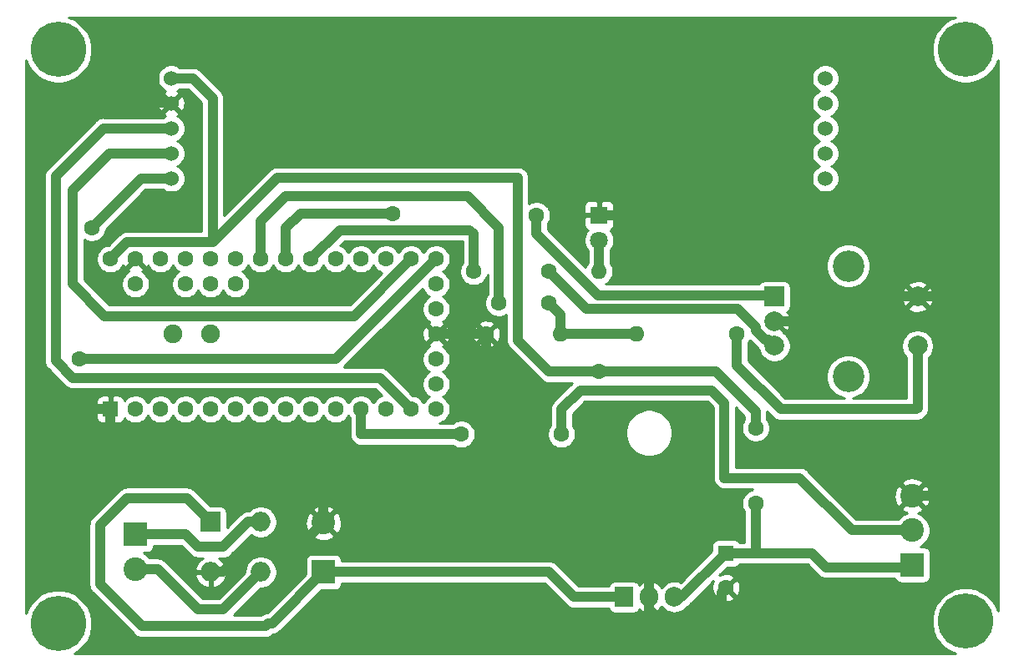
<source format=gbr>
G04 #@! TF.GenerationSoftware,KiCad,Pcbnew,(5.1.7)-1*
G04 #@! TF.CreationDate,2020-10-06T18:52:08+02:00*
G04 #@! TF.ProjectId,Timer-PCB,54696d65-722d-4504-9342-2e6b69636164,rev?*
G04 #@! TF.SameCoordinates,Original*
G04 #@! TF.FileFunction,Copper,L2,Bot*
G04 #@! TF.FilePolarity,Positive*
%FSLAX46Y46*%
G04 Gerber Fmt 4.6, Leading zero omitted, Abs format (unit mm)*
G04 Created by KiCad (PCBNEW (5.1.7)-1) date 2020-10-06 18:52:08*
%MOMM*%
%LPD*%
G01*
G04 APERTURE LIST*
G04 #@! TA.AperFunction,ComponentPad*
%ADD10C,5.600000*%
G04 #@! TD*
G04 #@! TA.AperFunction,ComponentPad*
%ADD11C,1.600000*%
G04 #@! TD*
G04 #@! TA.AperFunction,ComponentPad*
%ADD12O,1.600000X1.600000*%
G04 #@! TD*
G04 #@! TA.AperFunction,ComponentPad*
%ADD13R,2.400000X2.400000*%
G04 #@! TD*
G04 #@! TA.AperFunction,ComponentPad*
%ADD14C,2.400000*%
G04 #@! TD*
G04 #@! TA.AperFunction,ComponentPad*
%ADD15R,1.600000X1.600000*%
G04 #@! TD*
G04 #@! TA.AperFunction,ComponentPad*
%ADD16O,2.000000X2.000000*%
G04 #@! TD*
G04 #@! TA.AperFunction,ComponentPad*
%ADD17R,2.000000X2.000000*%
G04 #@! TD*
G04 #@! TA.AperFunction,ComponentPad*
%ADD18R,1.800000X1.800000*%
G04 #@! TD*
G04 #@! TA.AperFunction,ComponentPad*
%ADD19C,1.800000*%
G04 #@! TD*
G04 #@! TA.AperFunction,ComponentPad*
%ADD20R,1.905000X2.000000*%
G04 #@! TD*
G04 #@! TA.AperFunction,ComponentPad*
%ADD21O,1.905000X2.000000*%
G04 #@! TD*
G04 #@! TA.AperFunction,ComponentPad*
%ADD22C,1.900000*%
G04 #@! TD*
G04 #@! TA.AperFunction,ComponentPad*
%ADD23C,1.524000*%
G04 #@! TD*
G04 #@! TA.AperFunction,ComponentPad*
%ADD24C,2.000000*%
G04 #@! TD*
G04 #@! TA.AperFunction,ComponentPad*
%ADD25C,3.200000*%
G04 #@! TD*
G04 #@! TA.AperFunction,ViaPad*
%ADD26C,1.600000*%
G04 #@! TD*
G04 #@! TA.AperFunction,Conductor*
%ADD27C,1.000000*%
G04 #@! TD*
G04 #@! TA.AperFunction,Conductor*
%ADD28C,0.254000*%
G04 #@! TD*
G04 #@! TA.AperFunction,Conductor*
%ADD29C,0.100000*%
G04 #@! TD*
G04 APERTURE END LIST*
D10*
X62000000Y-74000000D03*
X62000000Y-132250000D03*
X154000000Y-74000000D03*
X154000000Y-132000000D03*
D11*
X105410000Y-102870000D03*
D12*
X112910000Y-102870000D03*
D13*
X88900000Y-127000000D03*
D14*
X88900000Y-122000000D03*
D15*
X129715000Y-125095000D03*
D11*
X129715000Y-128595000D03*
D16*
X82550000Y-121920000D03*
X77470000Y-127000000D03*
X82550000Y-127000000D03*
D17*
X77470000Y-121920000D03*
D18*
X116840000Y-90805000D03*
D19*
X116840000Y-93345000D03*
D12*
X120650000Y-102870000D03*
D11*
X130810000Y-102870000D03*
X116840000Y-106680000D03*
D12*
X116840000Y-96520000D03*
D20*
X119380000Y-129540000D03*
D21*
X121920000Y-129540000D03*
X124460000Y-129540000D03*
D11*
X100330000Y-102870000D03*
X100330000Y-100330000D03*
X100330000Y-97790000D03*
X100330000Y-95250000D03*
X100330000Y-105410000D03*
X100330000Y-107950000D03*
X100330000Y-110490000D03*
X97790000Y-95250000D03*
X95250000Y-95250000D03*
X92710000Y-95250000D03*
X90170000Y-95250000D03*
X87630000Y-95250000D03*
X85090000Y-95250000D03*
X82550000Y-95250000D03*
X80010000Y-95250000D03*
X77470000Y-95250000D03*
X74930000Y-95250000D03*
X72390000Y-95250000D03*
X69850000Y-95250000D03*
X67310000Y-95250000D03*
X69850000Y-97790000D03*
X74930000Y-97790000D03*
X77470000Y-97790000D03*
X80010000Y-97790000D03*
X97790000Y-110490000D03*
X95250000Y-110490000D03*
X92710000Y-110490000D03*
X90170000Y-110490000D03*
X87630000Y-110490000D03*
X85090000Y-110490000D03*
X82550000Y-110490000D03*
X80010000Y-110490000D03*
X77470000Y-110490000D03*
X74930000Y-110490000D03*
X72390000Y-110490000D03*
X69850000Y-110490000D03*
D15*
X67310000Y-110490000D03*
D22*
X77470000Y-102870000D03*
X73660000Y-102870000D03*
D23*
X73472000Y-82000000D03*
X73472000Y-79460000D03*
X73472000Y-76920000D03*
X73472000Y-84540000D03*
X73472000Y-87080000D03*
X139766000Y-84540000D03*
X139766000Y-76920000D03*
X139766000Y-87080000D03*
X139766000Y-82000000D03*
X139766000Y-79460000D03*
D13*
X69850000Y-123190000D03*
D14*
X69850000Y-126690000D03*
D13*
X148590000Y-126270000D03*
D14*
X148590000Y-122770000D03*
X148590000Y-119270000D03*
D24*
X149120000Y-104060000D03*
X149120000Y-99060000D03*
D25*
X142120000Y-107160000D03*
X142120000Y-95960000D03*
D24*
X134620000Y-104060000D03*
X134620000Y-101560000D03*
D17*
X134620000Y-99060000D03*
D26*
X111760000Y-99695000D03*
X106680000Y-99695000D03*
X132715000Y-120015000D03*
X132715000Y-112395000D03*
X102870000Y-113030000D03*
X113030000Y-113030000D03*
X111760000Y-96520000D03*
X104140010Y-96520000D03*
X95885000Y-90600000D03*
X110490000Y-90805000D03*
X64135000Y-105410002D03*
X65405000Y-92075000D03*
D27*
X81280000Y-124460000D02*
X78740000Y-127000000D01*
X86440000Y-124460000D02*
X81280000Y-124460000D01*
X78740000Y-127000000D02*
X77470000Y-127000000D01*
X88900000Y-122000000D02*
X86440000Y-124460000D01*
X88900000Y-118745000D02*
X86995000Y-116840000D01*
X86995000Y-116840000D02*
X69850000Y-116840000D01*
X67310000Y-114300000D02*
X67310000Y-110490000D01*
X69850000Y-116840000D02*
X67310000Y-114300000D01*
X100330000Y-102870000D02*
X105410000Y-102870000D01*
X88900000Y-122000000D02*
X88900000Y-118745000D01*
X105410000Y-112395000D02*
X105410000Y-102870000D01*
X121920000Y-129540000D02*
X121920000Y-130810000D01*
X121920000Y-130810000D02*
X123190000Y-132080000D01*
X123190000Y-132080000D02*
X129230000Y-132080000D01*
X151765000Y-127540000D02*
X151765000Y-119920000D01*
X149860000Y-129445000D02*
X151765000Y-127540000D01*
X151765000Y-119920000D02*
X151115000Y-119270000D01*
X148590000Y-119270000D02*
X151115000Y-119270000D01*
X151115000Y-119270000D02*
X151145000Y-119270000D01*
X151145000Y-119270000D02*
X151765000Y-118650000D01*
X151765000Y-120650000D02*
X151765000Y-99695000D01*
X151130000Y-99060000D02*
X149120000Y-99060000D01*
X151765000Y-99695000D02*
X151130000Y-99060000D01*
X105410000Y-112395000D02*
X105410000Y-118110000D01*
X105410000Y-118110000D02*
X114300000Y-127000000D01*
X114300000Y-127000000D02*
X121285000Y-127000000D01*
X121920000Y-127635000D02*
X121920000Y-129540000D01*
X121285000Y-127000000D02*
X121920000Y-127635000D01*
X105410000Y-116205000D02*
X105410000Y-112395000D01*
X91440000Y-116205000D02*
X105410000Y-116205000D01*
X88900000Y-118745000D02*
X91440000Y-116205000D01*
X116840000Y-90805000D02*
X150495000Y-90805000D01*
X151765000Y-92075000D02*
X151765000Y-99695000D01*
X150495000Y-90805000D02*
X151765000Y-92075000D01*
X134620000Y-101560000D02*
X144185000Y-101560000D01*
X146685000Y-99060000D02*
X149120000Y-99060000D01*
X144185000Y-101560000D02*
X146685000Y-99060000D01*
X147805000Y-131445000D02*
X149750000Y-129500000D01*
X135565000Y-131445000D02*
X147805000Y-131445000D01*
X73387000Y-79375000D02*
X73472000Y-79460000D01*
X66040000Y-79375000D02*
X73387000Y-79375000D01*
X60000000Y-85415000D02*
X66040000Y-79375000D01*
X60000000Y-110490000D02*
X60000000Y-85415000D01*
X67310000Y-110490000D02*
X60000000Y-110490000D01*
X129230000Y-129080000D02*
X129715000Y-128595000D01*
X129230000Y-132080000D02*
X129230000Y-129080000D01*
X134930000Y-132080000D02*
X135565000Y-131445000D01*
X129230000Y-132080000D02*
X134930000Y-132080000D01*
X112910000Y-102870000D02*
X120650000Y-102870000D01*
X112910000Y-100845000D02*
X111760000Y-99695000D01*
X112910000Y-102870000D02*
X112910000Y-100845000D01*
X106680000Y-92075000D02*
X106680000Y-99695000D01*
X103505000Y-88900000D02*
X106680000Y-92075000D01*
X85090000Y-88900000D02*
X103505000Y-88900000D01*
X82550000Y-91440000D02*
X85090000Y-88900000D01*
X82550000Y-95250000D02*
X82550000Y-91440000D01*
X69850000Y-126690000D02*
X72080000Y-126690000D01*
X72080000Y-126690000D02*
X76200000Y-130810000D01*
X78740000Y-130810000D02*
X82550000Y-127000000D01*
X76200000Y-130810000D02*
X78740000Y-130810000D01*
X88900000Y-127000000D02*
X111760000Y-127000000D01*
X114300000Y-129540000D02*
X119380000Y-129540000D01*
X111760000Y-127000000D02*
X114300000Y-129540000D01*
X66250000Y-122250000D02*
X69000000Y-119500000D01*
X66250000Y-128250000D02*
X66250000Y-122250000D01*
X75050000Y-119500000D02*
X77470000Y-121920000D01*
X70500000Y-132500000D02*
X66250000Y-128250000D01*
X83000000Y-132500000D02*
X70500000Y-132500000D01*
X83289990Y-132210010D02*
X83000000Y-132500000D01*
X69000000Y-119500000D02*
X75050000Y-119500000D01*
X83689990Y-132210010D02*
X83289990Y-132210010D01*
X88900000Y-127000000D02*
X83689990Y-132210010D01*
X132715000Y-125095000D02*
X132715000Y-120015000D01*
X69010001Y-93549999D02*
X67310000Y-95250000D01*
X73472000Y-76920000D02*
X75650000Y-76920000D01*
X77674999Y-78944999D02*
X77674999Y-93549999D01*
X75650000Y-76920000D02*
X77674999Y-78944999D01*
X77674999Y-93549999D02*
X69010001Y-93549999D01*
X108585000Y-103505000D02*
X108585000Y-86995000D01*
X84229998Y-86995000D02*
X77674999Y-93549999D01*
X111760000Y-106680000D02*
X108585000Y-103505000D01*
X108585000Y-86995000D02*
X84229998Y-86995000D01*
X116840000Y-106680000D02*
X111760000Y-106680000D01*
X148360000Y-126500000D02*
X148590000Y-126270000D01*
X139835000Y-126500000D02*
X148360000Y-126500000D01*
X138430000Y-125095000D02*
X139835000Y-126500000D01*
X132715000Y-125095000D02*
X138430000Y-125095000D01*
X128680000Y-106680000D02*
X116840000Y-106680000D01*
X132715000Y-110715000D02*
X128680000Y-106680000D01*
X132715000Y-112395000D02*
X132715000Y-110715000D01*
X129715000Y-125095000D02*
X132715000Y-125095000D01*
X129655000Y-125095000D02*
X129715000Y-125095000D01*
X125210000Y-129540000D02*
X129655000Y-125095000D01*
X124460000Y-129540000D02*
X125210000Y-129540000D01*
X74930000Y-123190000D02*
X69850000Y-123190000D01*
X76200000Y-124460000D02*
X74930000Y-123190000D01*
X78740000Y-124460000D02*
X76200000Y-124460000D01*
X81280000Y-121920000D02*
X78740000Y-124460000D01*
X82550000Y-121920000D02*
X81280000Y-121920000D01*
X116840000Y-93345000D02*
X116840000Y-96520000D01*
X92710000Y-110490000D02*
X92710000Y-113030000D01*
X92710000Y-113030000D02*
X102870000Y-113030000D01*
X144455000Y-122770000D02*
X148590000Y-122770000D01*
X142435000Y-122750000D02*
X144455000Y-122750000D01*
X137160000Y-117475000D02*
X142435000Y-122750000D01*
X129540000Y-117475000D02*
X137160000Y-117475000D01*
X129540000Y-109855000D02*
X129540000Y-117475000D01*
X128270000Y-108585000D02*
X129540000Y-109855000D01*
X114935000Y-108585000D02*
X128270000Y-108585000D01*
X113030000Y-110490000D02*
X114935000Y-108585000D01*
X113030000Y-113030000D02*
X113030000Y-110490000D01*
X149120000Y-104060000D02*
X149120000Y-110385000D01*
X149120000Y-110385000D02*
X149015000Y-110490000D01*
X149015000Y-110490000D02*
X135255000Y-110490000D01*
X130810000Y-106045000D02*
X130810000Y-102870000D01*
X135255000Y-110490000D02*
X130810000Y-106045000D01*
X67225000Y-84540000D02*
X73472000Y-84540000D01*
X63500000Y-88265000D02*
X67225000Y-84540000D01*
X63500000Y-97790000D02*
X63500000Y-88265000D01*
X66729999Y-101019999D02*
X63500000Y-97790000D01*
X92020001Y-101019999D02*
X66729999Y-101019999D01*
X97790000Y-95250000D02*
X92020001Y-101019999D01*
X114935000Y-99695000D02*
X111760000Y-96520000D01*
X130890000Y-100330000D02*
X115570000Y-100330000D01*
X115570000Y-100330000D02*
X114935000Y-99695000D01*
X132719999Y-102159999D02*
X130890000Y-100330000D01*
X132719999Y-102472001D02*
X132719999Y-102159999D01*
X133707999Y-103460001D02*
X132719999Y-102472001D01*
X134020001Y-103460001D02*
X133707999Y-103460001D01*
X134620000Y-104060000D02*
X134020001Y-103460001D01*
X104140010Y-92710010D02*
X104140010Y-96520000D01*
X90579999Y-92300001D02*
X103730001Y-92300001D01*
X103730001Y-92300001D02*
X104140010Y-92710010D01*
X87630000Y-95250000D02*
X90579999Y-92300001D01*
X85090000Y-95250000D02*
X85090000Y-92710000D01*
X85090000Y-92710000D02*
X85090000Y-92075000D01*
X86565000Y-90600000D02*
X95885000Y-90600000D01*
X85090000Y-92075000D02*
X86565000Y-90600000D01*
X134489990Y-98929990D02*
X134620000Y-99060000D01*
X116733988Y-98929990D02*
X134489990Y-98929990D01*
X110490000Y-92686002D02*
X116733988Y-98929990D01*
X110490000Y-90805000D02*
X110490000Y-92686002D01*
X72394370Y-82000000D02*
X73472000Y-82000000D01*
X61750000Y-86840000D02*
X66590000Y-82000000D01*
X66590000Y-82000000D02*
X72394370Y-82000000D01*
X61750000Y-105565000D02*
X61750000Y-86840000D01*
X63500000Y-107315000D02*
X61750000Y-105565000D01*
X94615000Y-107315000D02*
X63500000Y-107315000D01*
X97790000Y-110490000D02*
X94615000Y-107315000D01*
X100330000Y-95250000D02*
X90169998Y-105410002D01*
X90169998Y-105410002D02*
X64135000Y-105410002D01*
X70400000Y-87080000D02*
X73472000Y-87080000D01*
X65405000Y-92075000D02*
X70400000Y-87080000D01*
D28*
X152372918Y-70955943D02*
X151810315Y-71331862D01*
X151331862Y-71810315D01*
X150955943Y-72372918D01*
X150697006Y-72998048D01*
X150565000Y-73661682D01*
X150565000Y-74338318D01*
X150697006Y-75001952D01*
X150955943Y-75627082D01*
X151331862Y-76189685D01*
X151810315Y-76668138D01*
X152372918Y-77044057D01*
X152998048Y-77302994D01*
X153661682Y-77435000D01*
X154338318Y-77435000D01*
X155001952Y-77302994D01*
X155627082Y-77044057D01*
X156189685Y-76668138D01*
X156668138Y-76189685D01*
X157044057Y-75627082D01*
X157290000Y-75033322D01*
X157290001Y-130966680D01*
X157044057Y-130372918D01*
X156668138Y-129810315D01*
X156189685Y-129331862D01*
X155627082Y-128955943D01*
X155001952Y-128697006D01*
X154338318Y-128565000D01*
X153661682Y-128565000D01*
X152998048Y-128697006D01*
X152372918Y-128955943D01*
X151810315Y-129331862D01*
X151331862Y-129810315D01*
X150955943Y-130372918D01*
X150697006Y-130998048D01*
X150565000Y-131661682D01*
X150565000Y-132338318D01*
X150697006Y-133001952D01*
X150955943Y-133627082D01*
X151331862Y-134189685D01*
X151810315Y-134668138D01*
X152372918Y-135044057D01*
X152966678Y-135290000D01*
X63633154Y-135290000D01*
X64189685Y-134918138D01*
X64668138Y-134439685D01*
X65044057Y-133877082D01*
X65302994Y-133251952D01*
X65435000Y-132588318D01*
X65435000Y-131911682D01*
X65302994Y-131248048D01*
X65044057Y-130622918D01*
X64668138Y-130060315D01*
X64189685Y-129581862D01*
X63627082Y-129205943D01*
X63001952Y-128947006D01*
X62338318Y-128815000D01*
X61661682Y-128815000D01*
X60998048Y-128947006D01*
X60372918Y-129205943D01*
X59810315Y-129581862D01*
X59331862Y-130060315D01*
X58955943Y-130622918D01*
X58710000Y-131216678D01*
X58710000Y-122250000D01*
X65109509Y-122250000D01*
X65115001Y-122305761D01*
X65115000Y-128194248D01*
X65109509Y-128250000D01*
X65115000Y-128305751D01*
X65131423Y-128472498D01*
X65196324Y-128686446D01*
X65301716Y-128883623D01*
X65443551Y-129056449D01*
X65486865Y-129091996D01*
X69658013Y-133263146D01*
X69693551Y-133306449D01*
X69736854Y-133341987D01*
X69736856Y-133341989D01*
X69747228Y-133350501D01*
X69866377Y-133448284D01*
X70063553Y-133553676D01*
X70277501Y-133618577D01*
X70363855Y-133627082D01*
X70500000Y-133640491D01*
X70555752Y-133635000D01*
X82944249Y-133635000D01*
X83000000Y-133640491D01*
X83055751Y-133635000D01*
X83055752Y-133635000D01*
X83222499Y-133618577D01*
X83436447Y-133553676D01*
X83633623Y-133448284D01*
X83761334Y-133343474D01*
X83912489Y-133328587D01*
X84126437Y-133263686D01*
X84323613Y-133158294D01*
X84496439Y-133016459D01*
X84531986Y-132973145D01*
X88667060Y-128838072D01*
X90100000Y-128838072D01*
X90224482Y-128825812D01*
X90344180Y-128789502D01*
X90454494Y-128730537D01*
X90551185Y-128651185D01*
X90630537Y-128554494D01*
X90689502Y-128444180D01*
X90725812Y-128324482D01*
X90738072Y-128200000D01*
X90738072Y-128135000D01*
X111289869Y-128135000D01*
X113458009Y-130303141D01*
X113493551Y-130346449D01*
X113666377Y-130488284D01*
X113863553Y-130593676D01*
X114077501Y-130658577D01*
X114244248Y-130675000D01*
X114244257Y-130675000D01*
X114299999Y-130680490D01*
X114355741Y-130675000D01*
X117804879Y-130675000D01*
X117837998Y-130784180D01*
X117896963Y-130894494D01*
X117976315Y-130991185D01*
X118073006Y-131070537D01*
X118183320Y-131129502D01*
X118303018Y-131165812D01*
X118427500Y-131178072D01*
X120332500Y-131178072D01*
X120456982Y-131165812D01*
X120576680Y-131129502D01*
X120686994Y-131070537D01*
X120783685Y-130991185D01*
X120863037Y-130894494D01*
X120912059Y-130802781D01*
X121053077Y-130915969D01*
X121328906Y-131059571D01*
X121547020Y-131130563D01*
X121793000Y-131010594D01*
X121793000Y-129667000D01*
X121773000Y-129667000D01*
X121773000Y-129413000D01*
X121793000Y-129413000D01*
X121793000Y-128069406D01*
X121547020Y-127949437D01*
X121328906Y-128020429D01*
X121053077Y-128164031D01*
X120912059Y-128277219D01*
X120863037Y-128185506D01*
X120783685Y-128088815D01*
X120686994Y-128009463D01*
X120576680Y-127950498D01*
X120456982Y-127914188D01*
X120332500Y-127901928D01*
X118427500Y-127901928D01*
X118303018Y-127914188D01*
X118183320Y-127950498D01*
X118073006Y-128009463D01*
X117976315Y-128088815D01*
X117896963Y-128185506D01*
X117837998Y-128295820D01*
X117804879Y-128405000D01*
X114770132Y-128405000D01*
X112601996Y-126236865D01*
X112566449Y-126193551D01*
X112393623Y-126051716D01*
X112196447Y-125946324D01*
X111982499Y-125881423D01*
X111815752Y-125865000D01*
X111815751Y-125865000D01*
X111760000Y-125859509D01*
X111704249Y-125865000D01*
X90738072Y-125865000D01*
X90738072Y-125800000D01*
X90725812Y-125675518D01*
X90689502Y-125555820D01*
X90630537Y-125445506D01*
X90551185Y-125348815D01*
X90454494Y-125269463D01*
X90344180Y-125210498D01*
X90224482Y-125174188D01*
X90100000Y-125161928D01*
X87700000Y-125161928D01*
X87575518Y-125174188D01*
X87455820Y-125210498D01*
X87345506Y-125269463D01*
X87248815Y-125348815D01*
X87169463Y-125445506D01*
X87110498Y-125555820D01*
X87074188Y-125675518D01*
X87061928Y-125800000D01*
X87061928Y-127232940D01*
X83218288Y-131076581D01*
X83067491Y-131091433D01*
X82853543Y-131156334D01*
X82656367Y-131261726D01*
X82530528Y-131365000D01*
X79790131Y-131365000D01*
X82520133Y-128635000D01*
X82711033Y-128635000D01*
X83026912Y-128572168D01*
X83324463Y-128448918D01*
X83592252Y-128269987D01*
X83819987Y-128042252D01*
X83998918Y-127774463D01*
X84122168Y-127476912D01*
X84185000Y-127161033D01*
X84185000Y-126838967D01*
X84122168Y-126523088D01*
X83998918Y-126225537D01*
X83819987Y-125957748D01*
X83592252Y-125730013D01*
X83324463Y-125551082D01*
X83026912Y-125427832D01*
X82711033Y-125365000D01*
X82388967Y-125365000D01*
X82073088Y-125427832D01*
X81775537Y-125551082D01*
X81507748Y-125730013D01*
X81280013Y-125957748D01*
X81101082Y-126225537D01*
X80977832Y-126523088D01*
X80915000Y-126838967D01*
X80915000Y-127029867D01*
X78269869Y-129675000D01*
X76670132Y-129675000D01*
X74375566Y-127380434D01*
X75879876Y-127380434D01*
X75936498Y-127567107D01*
X76076601Y-127855382D01*
X76270252Y-128110785D01*
X76510008Y-128323501D01*
X76786656Y-128485356D01*
X77089565Y-128590129D01*
X77343000Y-128471315D01*
X77343000Y-127127000D01*
X77597000Y-127127000D01*
X77597000Y-128471315D01*
X77850435Y-128590129D01*
X78153344Y-128485356D01*
X78429992Y-128323501D01*
X78669748Y-128110785D01*
X78863399Y-127855382D01*
X79003502Y-127567107D01*
X79060124Y-127380434D01*
X78940777Y-127127000D01*
X77597000Y-127127000D01*
X77343000Y-127127000D01*
X75999223Y-127127000D01*
X75879876Y-127380434D01*
X74375566Y-127380434D01*
X72921996Y-125926865D01*
X72886449Y-125883551D01*
X72713623Y-125741716D01*
X72516447Y-125636324D01*
X72302499Y-125571423D01*
X72135752Y-125555000D01*
X72135751Y-125555000D01*
X72080000Y-125549509D01*
X72024249Y-125555000D01*
X71298553Y-125555000D01*
X71275338Y-125520256D01*
X71019744Y-125264662D01*
X70719199Y-125063844D01*
X70632838Y-125028072D01*
X71050000Y-125028072D01*
X71174482Y-125015812D01*
X71294180Y-124979502D01*
X71404494Y-124920537D01*
X71501185Y-124841185D01*
X71580537Y-124744494D01*
X71639502Y-124634180D01*
X71675812Y-124514482D01*
X71688072Y-124390000D01*
X71688072Y-124325000D01*
X74459869Y-124325000D01*
X75358008Y-125223140D01*
X75393551Y-125266449D01*
X75566377Y-125408284D01*
X75763553Y-125513676D01*
X75899779Y-125555000D01*
X75977500Y-125578577D01*
X75998493Y-125580644D01*
X76144248Y-125595000D01*
X76144255Y-125595000D01*
X76199999Y-125600490D01*
X76255743Y-125595000D01*
X76649309Y-125595000D01*
X76510008Y-125676499D01*
X76270252Y-125889215D01*
X76076601Y-126144618D01*
X75936498Y-126432893D01*
X75879876Y-126619566D01*
X75999223Y-126873000D01*
X77343000Y-126873000D01*
X77343000Y-126853000D01*
X77597000Y-126853000D01*
X77597000Y-126873000D01*
X78940777Y-126873000D01*
X79060124Y-126619566D01*
X79003502Y-126432893D01*
X78863399Y-126144618D01*
X78669748Y-125889215D01*
X78429992Y-125676499D01*
X78290691Y-125595000D01*
X78684249Y-125595000D01*
X78740000Y-125600491D01*
X78795751Y-125595000D01*
X78795752Y-125595000D01*
X78962499Y-125578577D01*
X79176447Y-125513676D01*
X79373623Y-125408284D01*
X79546449Y-125266449D01*
X79581996Y-125223135D01*
X81572128Y-123233004D01*
X81775537Y-123368918D01*
X82073088Y-123492168D01*
X82388967Y-123555000D01*
X82711033Y-123555000D01*
X83026912Y-123492168D01*
X83324463Y-123368918D01*
X83460561Y-123277980D01*
X87801626Y-123277980D01*
X87921514Y-123562836D01*
X88245210Y-123723699D01*
X88594069Y-123818322D01*
X88954684Y-123843067D01*
X89313198Y-123796985D01*
X89655833Y-123681846D01*
X89878486Y-123562836D01*
X89998374Y-123277980D01*
X88900000Y-122179605D01*
X87801626Y-123277980D01*
X83460561Y-123277980D01*
X83592252Y-123189987D01*
X83819987Y-122962252D01*
X83998918Y-122694463D01*
X84122168Y-122396912D01*
X84185000Y-122081033D01*
X84185000Y-122054684D01*
X87056933Y-122054684D01*
X87103015Y-122413198D01*
X87218154Y-122755833D01*
X87337164Y-122978486D01*
X87622020Y-123098374D01*
X88720395Y-122000000D01*
X89079605Y-122000000D01*
X90177980Y-123098374D01*
X90462836Y-122978486D01*
X90623699Y-122654790D01*
X90718322Y-122305931D01*
X90743067Y-121945316D01*
X90696985Y-121586802D01*
X90581846Y-121244167D01*
X90462836Y-121021514D01*
X90177980Y-120901626D01*
X89079605Y-122000000D01*
X88720395Y-122000000D01*
X87622020Y-120901626D01*
X87337164Y-121021514D01*
X87176301Y-121345210D01*
X87081678Y-121694069D01*
X87056933Y-122054684D01*
X84185000Y-122054684D01*
X84185000Y-121758967D01*
X84122168Y-121443088D01*
X83998918Y-121145537D01*
X83819987Y-120877748D01*
X83664259Y-120722020D01*
X87801626Y-120722020D01*
X88900000Y-121820395D01*
X89998374Y-120722020D01*
X89878486Y-120437164D01*
X89554790Y-120276301D01*
X89205931Y-120181678D01*
X88845316Y-120156933D01*
X88486802Y-120203015D01*
X88144167Y-120318154D01*
X87921514Y-120437164D01*
X87801626Y-120722020D01*
X83664259Y-120722020D01*
X83592252Y-120650013D01*
X83324463Y-120471082D01*
X83026912Y-120347832D01*
X82711033Y-120285000D01*
X82388967Y-120285000D01*
X82073088Y-120347832D01*
X81775537Y-120471082D01*
X81507748Y-120650013D01*
X81372761Y-120785000D01*
X81335741Y-120785000D01*
X81279999Y-120779510D01*
X81224257Y-120785000D01*
X81224248Y-120785000D01*
X81057501Y-120801423D01*
X80843553Y-120866324D01*
X80646377Y-120971716D01*
X80473551Y-121113551D01*
X80438009Y-121156859D01*
X79108072Y-122486797D01*
X79108072Y-120920000D01*
X79095812Y-120795518D01*
X79059502Y-120675820D01*
X79000537Y-120565506D01*
X78921185Y-120468815D01*
X78824494Y-120389463D01*
X78714180Y-120330498D01*
X78594482Y-120294188D01*
X78470000Y-120281928D01*
X77437060Y-120281928D01*
X75891996Y-118736865D01*
X75856449Y-118693551D01*
X75683623Y-118551716D01*
X75486447Y-118446324D01*
X75272499Y-118381423D01*
X75105752Y-118365000D01*
X75105751Y-118365000D01*
X75050000Y-118359509D01*
X74994249Y-118365000D01*
X69055741Y-118365000D01*
X68999999Y-118359510D01*
X68944257Y-118365000D01*
X68944248Y-118365000D01*
X68777501Y-118381423D01*
X68563553Y-118446324D01*
X68366377Y-118551716D01*
X68193551Y-118693551D01*
X68158009Y-118736859D01*
X65486860Y-121408009D01*
X65443552Y-121443551D01*
X65301717Y-121616377D01*
X65282985Y-121651423D01*
X65196324Y-121813554D01*
X65131423Y-122027502D01*
X65109509Y-122250000D01*
X58710000Y-122250000D01*
X58710000Y-111290000D01*
X65871928Y-111290000D01*
X65884188Y-111414482D01*
X65920498Y-111534180D01*
X65979463Y-111644494D01*
X66058815Y-111741185D01*
X66155506Y-111820537D01*
X66265820Y-111879502D01*
X66385518Y-111915812D01*
X66510000Y-111928072D01*
X67024250Y-111925000D01*
X67183000Y-111766250D01*
X67183000Y-110617000D01*
X66033750Y-110617000D01*
X65875000Y-110775750D01*
X65871928Y-111290000D01*
X58710000Y-111290000D01*
X58710000Y-109690000D01*
X65871928Y-109690000D01*
X65875000Y-110204250D01*
X66033750Y-110363000D01*
X67183000Y-110363000D01*
X67183000Y-109213750D01*
X67024250Y-109055000D01*
X66510000Y-109051928D01*
X66385518Y-109064188D01*
X66265820Y-109100498D01*
X66155506Y-109159463D01*
X66058815Y-109238815D01*
X65979463Y-109335506D01*
X65920498Y-109445820D01*
X65884188Y-109565518D01*
X65871928Y-109690000D01*
X58710000Y-109690000D01*
X58710000Y-86840000D01*
X60609509Y-86840000D01*
X60615001Y-86895762D01*
X60615000Y-105509249D01*
X60609509Y-105565000D01*
X60615000Y-105620751D01*
X60631423Y-105787498D01*
X60696324Y-106001446D01*
X60801716Y-106198623D01*
X60943551Y-106371449D01*
X60986864Y-106406995D01*
X62658013Y-108078146D01*
X62693551Y-108121449D01*
X62736854Y-108156987D01*
X62736856Y-108156989D01*
X62866377Y-108263284D01*
X63063553Y-108368676D01*
X63277501Y-108433577D01*
X63500000Y-108455491D01*
X63555752Y-108450000D01*
X94144869Y-108450000D01*
X94812751Y-109117882D01*
X94570273Y-109218320D01*
X94335241Y-109375363D01*
X94135363Y-109575241D01*
X93980000Y-109807759D01*
X93824637Y-109575241D01*
X93624759Y-109375363D01*
X93389727Y-109218320D01*
X93128574Y-109110147D01*
X92851335Y-109055000D01*
X92568665Y-109055000D01*
X92291426Y-109110147D01*
X92030273Y-109218320D01*
X91795241Y-109375363D01*
X91595363Y-109575241D01*
X91440000Y-109807759D01*
X91284637Y-109575241D01*
X91084759Y-109375363D01*
X90849727Y-109218320D01*
X90588574Y-109110147D01*
X90311335Y-109055000D01*
X90028665Y-109055000D01*
X89751426Y-109110147D01*
X89490273Y-109218320D01*
X89255241Y-109375363D01*
X89055363Y-109575241D01*
X88900000Y-109807759D01*
X88744637Y-109575241D01*
X88544759Y-109375363D01*
X88309727Y-109218320D01*
X88048574Y-109110147D01*
X87771335Y-109055000D01*
X87488665Y-109055000D01*
X87211426Y-109110147D01*
X86950273Y-109218320D01*
X86715241Y-109375363D01*
X86515363Y-109575241D01*
X86360000Y-109807759D01*
X86204637Y-109575241D01*
X86004759Y-109375363D01*
X85769727Y-109218320D01*
X85508574Y-109110147D01*
X85231335Y-109055000D01*
X84948665Y-109055000D01*
X84671426Y-109110147D01*
X84410273Y-109218320D01*
X84175241Y-109375363D01*
X83975363Y-109575241D01*
X83820000Y-109807759D01*
X83664637Y-109575241D01*
X83464759Y-109375363D01*
X83229727Y-109218320D01*
X82968574Y-109110147D01*
X82691335Y-109055000D01*
X82408665Y-109055000D01*
X82131426Y-109110147D01*
X81870273Y-109218320D01*
X81635241Y-109375363D01*
X81435363Y-109575241D01*
X81280000Y-109807759D01*
X81124637Y-109575241D01*
X80924759Y-109375363D01*
X80689727Y-109218320D01*
X80428574Y-109110147D01*
X80151335Y-109055000D01*
X79868665Y-109055000D01*
X79591426Y-109110147D01*
X79330273Y-109218320D01*
X79095241Y-109375363D01*
X78895363Y-109575241D01*
X78740000Y-109807759D01*
X78584637Y-109575241D01*
X78384759Y-109375363D01*
X78149727Y-109218320D01*
X77888574Y-109110147D01*
X77611335Y-109055000D01*
X77328665Y-109055000D01*
X77051426Y-109110147D01*
X76790273Y-109218320D01*
X76555241Y-109375363D01*
X76355363Y-109575241D01*
X76200000Y-109807759D01*
X76044637Y-109575241D01*
X75844759Y-109375363D01*
X75609727Y-109218320D01*
X75348574Y-109110147D01*
X75071335Y-109055000D01*
X74788665Y-109055000D01*
X74511426Y-109110147D01*
X74250273Y-109218320D01*
X74015241Y-109375363D01*
X73815363Y-109575241D01*
X73660000Y-109807759D01*
X73504637Y-109575241D01*
X73304759Y-109375363D01*
X73069727Y-109218320D01*
X72808574Y-109110147D01*
X72531335Y-109055000D01*
X72248665Y-109055000D01*
X71971426Y-109110147D01*
X71710273Y-109218320D01*
X71475241Y-109375363D01*
X71275363Y-109575241D01*
X71120000Y-109807759D01*
X70964637Y-109575241D01*
X70764759Y-109375363D01*
X70529727Y-109218320D01*
X70268574Y-109110147D01*
X69991335Y-109055000D01*
X69708665Y-109055000D01*
X69431426Y-109110147D01*
X69170273Y-109218320D01*
X68935241Y-109375363D01*
X68736643Y-109573961D01*
X68735812Y-109565518D01*
X68699502Y-109445820D01*
X68640537Y-109335506D01*
X68561185Y-109238815D01*
X68464494Y-109159463D01*
X68354180Y-109100498D01*
X68234482Y-109064188D01*
X68110000Y-109051928D01*
X67595750Y-109055000D01*
X67437000Y-109213750D01*
X67437000Y-110363000D01*
X67457000Y-110363000D01*
X67457000Y-110617000D01*
X67437000Y-110617000D01*
X67437000Y-111766250D01*
X67595750Y-111925000D01*
X68110000Y-111928072D01*
X68234482Y-111915812D01*
X68354180Y-111879502D01*
X68464494Y-111820537D01*
X68561185Y-111741185D01*
X68640537Y-111644494D01*
X68699502Y-111534180D01*
X68735812Y-111414482D01*
X68736643Y-111406039D01*
X68935241Y-111604637D01*
X69170273Y-111761680D01*
X69431426Y-111869853D01*
X69708665Y-111925000D01*
X69991335Y-111925000D01*
X70268574Y-111869853D01*
X70529727Y-111761680D01*
X70764759Y-111604637D01*
X70964637Y-111404759D01*
X71120000Y-111172241D01*
X71275363Y-111404759D01*
X71475241Y-111604637D01*
X71710273Y-111761680D01*
X71971426Y-111869853D01*
X72248665Y-111925000D01*
X72531335Y-111925000D01*
X72808574Y-111869853D01*
X73069727Y-111761680D01*
X73304759Y-111604637D01*
X73504637Y-111404759D01*
X73660000Y-111172241D01*
X73815363Y-111404759D01*
X74015241Y-111604637D01*
X74250273Y-111761680D01*
X74511426Y-111869853D01*
X74788665Y-111925000D01*
X75071335Y-111925000D01*
X75348574Y-111869853D01*
X75609727Y-111761680D01*
X75844759Y-111604637D01*
X76044637Y-111404759D01*
X76200000Y-111172241D01*
X76355363Y-111404759D01*
X76555241Y-111604637D01*
X76790273Y-111761680D01*
X77051426Y-111869853D01*
X77328665Y-111925000D01*
X77611335Y-111925000D01*
X77888574Y-111869853D01*
X78149727Y-111761680D01*
X78384759Y-111604637D01*
X78584637Y-111404759D01*
X78740000Y-111172241D01*
X78895363Y-111404759D01*
X79095241Y-111604637D01*
X79330273Y-111761680D01*
X79591426Y-111869853D01*
X79868665Y-111925000D01*
X80151335Y-111925000D01*
X80428574Y-111869853D01*
X80689727Y-111761680D01*
X80924759Y-111604637D01*
X81124637Y-111404759D01*
X81280000Y-111172241D01*
X81435363Y-111404759D01*
X81635241Y-111604637D01*
X81870273Y-111761680D01*
X82131426Y-111869853D01*
X82408665Y-111925000D01*
X82691335Y-111925000D01*
X82968574Y-111869853D01*
X83229727Y-111761680D01*
X83464759Y-111604637D01*
X83664637Y-111404759D01*
X83820000Y-111172241D01*
X83975363Y-111404759D01*
X84175241Y-111604637D01*
X84410273Y-111761680D01*
X84671426Y-111869853D01*
X84948665Y-111925000D01*
X85231335Y-111925000D01*
X85508574Y-111869853D01*
X85769727Y-111761680D01*
X86004759Y-111604637D01*
X86204637Y-111404759D01*
X86360000Y-111172241D01*
X86515363Y-111404759D01*
X86715241Y-111604637D01*
X86950273Y-111761680D01*
X87211426Y-111869853D01*
X87488665Y-111925000D01*
X87771335Y-111925000D01*
X88048574Y-111869853D01*
X88309727Y-111761680D01*
X88544759Y-111604637D01*
X88744637Y-111404759D01*
X88900000Y-111172241D01*
X89055363Y-111404759D01*
X89255241Y-111604637D01*
X89490273Y-111761680D01*
X89751426Y-111869853D01*
X90028665Y-111925000D01*
X90311335Y-111925000D01*
X90588574Y-111869853D01*
X90849727Y-111761680D01*
X91084759Y-111604637D01*
X91284637Y-111404759D01*
X91440000Y-111172241D01*
X91575000Y-111374284D01*
X91575001Y-112974239D01*
X91569509Y-113030000D01*
X91591423Y-113252499D01*
X91656324Y-113466447D01*
X91761716Y-113663623D01*
X91903551Y-113836449D01*
X92076377Y-113978284D01*
X92273553Y-114083676D01*
X92487501Y-114148577D01*
X92654248Y-114165000D01*
X92654249Y-114165000D01*
X92710000Y-114170491D01*
X92765752Y-114165000D01*
X101985716Y-114165000D01*
X102190273Y-114301680D01*
X102451426Y-114409853D01*
X102728665Y-114465000D01*
X103011335Y-114465000D01*
X103288574Y-114409853D01*
X103549727Y-114301680D01*
X103784759Y-114144637D01*
X103984637Y-113944759D01*
X104141680Y-113709727D01*
X104249853Y-113448574D01*
X104305000Y-113171335D01*
X104305000Y-112888665D01*
X104249853Y-112611426D01*
X104141680Y-112350273D01*
X103984637Y-112115241D01*
X103784759Y-111915363D01*
X103549727Y-111758320D01*
X103288574Y-111650147D01*
X103011335Y-111595000D01*
X102728665Y-111595000D01*
X102451426Y-111650147D01*
X102190273Y-111758320D01*
X101985716Y-111895000D01*
X100622153Y-111895000D01*
X100748574Y-111869853D01*
X101009727Y-111761680D01*
X101244759Y-111604637D01*
X101444637Y-111404759D01*
X101601680Y-111169727D01*
X101709853Y-110908574D01*
X101765000Y-110631335D01*
X101765000Y-110348665D01*
X101709853Y-110071426D01*
X101601680Y-109810273D01*
X101444637Y-109575241D01*
X101244759Y-109375363D01*
X101012241Y-109220000D01*
X101244759Y-109064637D01*
X101444637Y-108864759D01*
X101601680Y-108629727D01*
X101709853Y-108368574D01*
X101765000Y-108091335D01*
X101765000Y-107808665D01*
X101709853Y-107531426D01*
X101601680Y-107270273D01*
X101444637Y-107035241D01*
X101244759Y-106835363D01*
X101012241Y-106680000D01*
X101244759Y-106524637D01*
X101444637Y-106324759D01*
X101601680Y-106089727D01*
X101709853Y-105828574D01*
X101765000Y-105551335D01*
X101765000Y-105268665D01*
X101709853Y-104991426D01*
X101601680Y-104730273D01*
X101444637Y-104495241D01*
X101244759Y-104295363D01*
X101010872Y-104139085D01*
X101071514Y-104106671D01*
X101143097Y-103862702D01*
X104596903Y-103862702D01*
X104668486Y-104106671D01*
X104923996Y-104227571D01*
X105198184Y-104296300D01*
X105480512Y-104310217D01*
X105760130Y-104268787D01*
X106026292Y-104173603D01*
X106151514Y-104106671D01*
X106223097Y-103862702D01*
X105410000Y-103049605D01*
X104596903Y-103862702D01*
X101143097Y-103862702D01*
X100330000Y-103049605D01*
X99516903Y-103862702D01*
X99588486Y-104106671D01*
X99652992Y-104137194D01*
X99650273Y-104138320D01*
X99415241Y-104295363D01*
X99215363Y-104495241D01*
X99058320Y-104730273D01*
X98950147Y-104991426D01*
X98895000Y-105268665D01*
X98895000Y-105551335D01*
X98950147Y-105828574D01*
X99058320Y-106089727D01*
X99215363Y-106324759D01*
X99415241Y-106524637D01*
X99647759Y-106680000D01*
X99415241Y-106835363D01*
X99215363Y-107035241D01*
X99058320Y-107270273D01*
X98950147Y-107531426D01*
X98895000Y-107808665D01*
X98895000Y-108091335D01*
X98950147Y-108368574D01*
X99058320Y-108629727D01*
X99215363Y-108864759D01*
X99415241Y-109064637D01*
X99647759Y-109220000D01*
X99415241Y-109375363D01*
X99215363Y-109575241D01*
X99060000Y-109807759D01*
X98904637Y-109575241D01*
X98704759Y-109375363D01*
X98469727Y-109218320D01*
X98208574Y-109110147D01*
X97967282Y-109062150D01*
X95456996Y-106551865D01*
X95421449Y-106508551D01*
X95248623Y-106366716D01*
X95051447Y-106261324D01*
X94837499Y-106196423D01*
X94670752Y-106180000D01*
X94670751Y-106180000D01*
X94615000Y-106174509D01*
X94559249Y-106180000D01*
X91006362Y-106180000D01*
X91011994Y-106173137D01*
X94244619Y-102940512D01*
X98889783Y-102940512D01*
X98931213Y-103220130D01*
X99026397Y-103486292D01*
X99093329Y-103611514D01*
X99337298Y-103683097D01*
X100150395Y-102870000D01*
X100509605Y-102870000D01*
X101322702Y-103683097D01*
X101566671Y-103611514D01*
X101687571Y-103356004D01*
X101756300Y-103081816D01*
X101763265Y-102940512D01*
X103969783Y-102940512D01*
X104011213Y-103220130D01*
X104106397Y-103486292D01*
X104173329Y-103611514D01*
X104417298Y-103683097D01*
X105230395Y-102870000D01*
X105589605Y-102870000D01*
X106402702Y-103683097D01*
X106646671Y-103611514D01*
X106767571Y-103356004D01*
X106836300Y-103081816D01*
X106850217Y-102799488D01*
X106808787Y-102519870D01*
X106713603Y-102253708D01*
X106646671Y-102128486D01*
X106402702Y-102056903D01*
X105589605Y-102870000D01*
X105230395Y-102870000D01*
X104417298Y-102056903D01*
X104173329Y-102128486D01*
X104052429Y-102383996D01*
X103983700Y-102658184D01*
X103969783Y-102940512D01*
X101763265Y-102940512D01*
X101770217Y-102799488D01*
X101728787Y-102519870D01*
X101633603Y-102253708D01*
X101566671Y-102128486D01*
X101322702Y-102056903D01*
X100509605Y-102870000D01*
X100150395Y-102870000D01*
X99337298Y-102056903D01*
X99093329Y-102128486D01*
X98972429Y-102383996D01*
X98903700Y-102658184D01*
X98889783Y-102940512D01*
X94244619Y-102940512D01*
X98957883Y-98227250D01*
X99058320Y-98469727D01*
X99215363Y-98704759D01*
X99415241Y-98904637D01*
X99647759Y-99060000D01*
X99415241Y-99215363D01*
X99215363Y-99415241D01*
X99058320Y-99650273D01*
X98950147Y-99911426D01*
X98895000Y-100188665D01*
X98895000Y-100471335D01*
X98950147Y-100748574D01*
X99058320Y-101009727D01*
X99215363Y-101244759D01*
X99415241Y-101444637D01*
X99649128Y-101600915D01*
X99588486Y-101633329D01*
X99516903Y-101877298D01*
X100330000Y-102690395D01*
X101143097Y-101877298D01*
X104596903Y-101877298D01*
X105410000Y-102690395D01*
X106223097Y-101877298D01*
X106151514Y-101633329D01*
X105896004Y-101512429D01*
X105621816Y-101443700D01*
X105339488Y-101429783D01*
X105059870Y-101471213D01*
X104793708Y-101566397D01*
X104668486Y-101633329D01*
X104596903Y-101877298D01*
X101143097Y-101877298D01*
X101071514Y-101633329D01*
X101007008Y-101602806D01*
X101009727Y-101601680D01*
X101244759Y-101444637D01*
X101444637Y-101244759D01*
X101601680Y-101009727D01*
X101709853Y-100748574D01*
X101765000Y-100471335D01*
X101765000Y-100188665D01*
X101709853Y-99911426D01*
X101601680Y-99650273D01*
X101444637Y-99415241D01*
X101244759Y-99215363D01*
X101012241Y-99060000D01*
X101244759Y-98904637D01*
X101444637Y-98704759D01*
X101601680Y-98469727D01*
X101709853Y-98208574D01*
X101765000Y-97931335D01*
X101765000Y-97648665D01*
X101709853Y-97371426D01*
X101601680Y-97110273D01*
X101444637Y-96875241D01*
X101244759Y-96675363D01*
X101012241Y-96520000D01*
X101244759Y-96364637D01*
X101444637Y-96164759D01*
X101601680Y-95929727D01*
X101709853Y-95668574D01*
X101765000Y-95391335D01*
X101765000Y-95108665D01*
X101709853Y-94831426D01*
X101601680Y-94570273D01*
X101444637Y-94335241D01*
X101244759Y-94135363D01*
X101009727Y-93978320D01*
X100748574Y-93870147D01*
X100471335Y-93815000D01*
X100188665Y-93815000D01*
X99911426Y-93870147D01*
X99650273Y-93978320D01*
X99415241Y-94135363D01*
X99215363Y-94335241D01*
X99060000Y-94567759D01*
X98904637Y-94335241D01*
X98704759Y-94135363D01*
X98469727Y-93978320D01*
X98208574Y-93870147D01*
X97931335Y-93815000D01*
X97648665Y-93815000D01*
X97371426Y-93870147D01*
X97110273Y-93978320D01*
X96875241Y-94135363D01*
X96675363Y-94335241D01*
X96520000Y-94567759D01*
X96364637Y-94335241D01*
X96164759Y-94135363D01*
X95929727Y-93978320D01*
X95668574Y-93870147D01*
X95391335Y-93815000D01*
X95108665Y-93815000D01*
X94831426Y-93870147D01*
X94570273Y-93978320D01*
X94335241Y-94135363D01*
X94135363Y-94335241D01*
X93980000Y-94567759D01*
X93824637Y-94335241D01*
X93624759Y-94135363D01*
X93389727Y-93978320D01*
X93128574Y-93870147D01*
X92851335Y-93815000D01*
X92568665Y-93815000D01*
X92291426Y-93870147D01*
X92030273Y-93978320D01*
X91795241Y-94135363D01*
X91595363Y-94335241D01*
X91440000Y-94567759D01*
X91284637Y-94335241D01*
X91084759Y-94135363D01*
X90849727Y-93978320D01*
X90607250Y-93877883D01*
X91050132Y-93435001D01*
X103005010Y-93435001D01*
X103005011Y-95635715D01*
X102868330Y-95840273D01*
X102760157Y-96101426D01*
X102705010Y-96378665D01*
X102705010Y-96661335D01*
X102760157Y-96938574D01*
X102868330Y-97199727D01*
X103025373Y-97434759D01*
X103225251Y-97634637D01*
X103460283Y-97791680D01*
X103721436Y-97899853D01*
X103998675Y-97955000D01*
X104281345Y-97955000D01*
X104558584Y-97899853D01*
X104819737Y-97791680D01*
X105054769Y-97634637D01*
X105254647Y-97434759D01*
X105411690Y-97199727D01*
X105519863Y-96938574D01*
X105545001Y-96812200D01*
X105545001Y-98810715D01*
X105408320Y-99015273D01*
X105300147Y-99276426D01*
X105245000Y-99553665D01*
X105245000Y-99836335D01*
X105300147Y-100113574D01*
X105408320Y-100374727D01*
X105565363Y-100609759D01*
X105765241Y-100809637D01*
X106000273Y-100966680D01*
X106261426Y-101074853D01*
X106538665Y-101130000D01*
X106821335Y-101130000D01*
X107098574Y-101074853D01*
X107359727Y-100966680D01*
X107450000Y-100906362D01*
X107450000Y-103449249D01*
X107444509Y-103505000D01*
X107461395Y-103676449D01*
X107466423Y-103727498D01*
X107531324Y-103941446D01*
X107636716Y-104138623D01*
X107778551Y-104311449D01*
X107821865Y-104346996D01*
X110918009Y-107443141D01*
X110953551Y-107486449D01*
X111126377Y-107628284D01*
X111323553Y-107733676D01*
X111537501Y-107798577D01*
X111759999Y-107820491D01*
X111815751Y-107815000D01*
X114098638Y-107815000D01*
X114093009Y-107821859D01*
X112266860Y-109648009D01*
X112223552Y-109683551D01*
X112081717Y-109856377D01*
X112053830Y-109908551D01*
X111976324Y-110053554D01*
X111911423Y-110267502D01*
X111889509Y-110490000D01*
X111895001Y-110545761D01*
X111895000Y-112145716D01*
X111758320Y-112350273D01*
X111650147Y-112611426D01*
X111595000Y-112888665D01*
X111595000Y-113171335D01*
X111650147Y-113448574D01*
X111758320Y-113709727D01*
X111915363Y-113944759D01*
X112115241Y-114144637D01*
X112350273Y-114301680D01*
X112611426Y-114409853D01*
X112888665Y-114465000D01*
X113171335Y-114465000D01*
X113448574Y-114409853D01*
X113709727Y-114301680D01*
X113944759Y-114144637D01*
X114144637Y-113944759D01*
X114301680Y-113709727D01*
X114409853Y-113448574D01*
X114465000Y-113171335D01*
X114465000Y-112888665D01*
X114416551Y-112645098D01*
X119535000Y-112645098D01*
X119535000Y-113114902D01*
X119626654Y-113575679D01*
X119806440Y-114009721D01*
X120067450Y-114400349D01*
X120399651Y-114732550D01*
X120790279Y-114993560D01*
X121224321Y-115173346D01*
X121685098Y-115265000D01*
X122154902Y-115265000D01*
X122615679Y-115173346D01*
X123049721Y-114993560D01*
X123440349Y-114732550D01*
X123772550Y-114400349D01*
X124033560Y-114009721D01*
X124213346Y-113575679D01*
X124305000Y-113114902D01*
X124305000Y-112645098D01*
X124213346Y-112184321D01*
X124033560Y-111750279D01*
X123772550Y-111359651D01*
X123440349Y-111027450D01*
X123049721Y-110766440D01*
X122615679Y-110586654D01*
X122154902Y-110495000D01*
X121685098Y-110495000D01*
X121224321Y-110586654D01*
X120790279Y-110766440D01*
X120399651Y-111027450D01*
X120067450Y-111359651D01*
X119806440Y-111750279D01*
X119626654Y-112184321D01*
X119535000Y-112645098D01*
X114416551Y-112645098D01*
X114409853Y-112611426D01*
X114301680Y-112350273D01*
X114165000Y-112145716D01*
X114165000Y-110960131D01*
X115405132Y-109720000D01*
X127799869Y-109720000D01*
X128405000Y-110325132D01*
X128405001Y-117419238D01*
X128399509Y-117475000D01*
X128421423Y-117697499D01*
X128486324Y-117911447D01*
X128591716Y-118108623D01*
X128733551Y-118281449D01*
X128906377Y-118423284D01*
X129103553Y-118528676D01*
X129317501Y-118593577D01*
X129484248Y-118610000D01*
X129484249Y-118610000D01*
X129540000Y-118615491D01*
X129595752Y-118610000D01*
X132422847Y-118610000D01*
X132296426Y-118635147D01*
X132035273Y-118743320D01*
X131800241Y-118900363D01*
X131600363Y-119100241D01*
X131443320Y-119335273D01*
X131335147Y-119596426D01*
X131280000Y-119873665D01*
X131280000Y-120156335D01*
X131335147Y-120433574D01*
X131443320Y-120694727D01*
X131580001Y-120899285D01*
X131580000Y-123960000D01*
X131055957Y-123960000D01*
X131045537Y-123940506D01*
X130966185Y-123843815D01*
X130869494Y-123764463D01*
X130759180Y-123705498D01*
X130639482Y-123669188D01*
X130515000Y-123656928D01*
X128915000Y-123656928D01*
X128790518Y-123669188D01*
X128670820Y-123705498D01*
X128560506Y-123764463D01*
X128463815Y-123843815D01*
X128384463Y-123940506D01*
X128325498Y-124050820D01*
X128289188Y-124170518D01*
X128276928Y-124295000D01*
X128276928Y-124867940D01*
X125106731Y-128038138D01*
X125070448Y-128018745D01*
X124771203Y-127927970D01*
X124460000Y-127897319D01*
X124148796Y-127927970D01*
X123849551Y-128018745D01*
X123573765Y-128166155D01*
X123332037Y-128364537D01*
X123184838Y-128543900D01*
X123029437Y-128358685D01*
X122786923Y-128164031D01*
X122511094Y-128020429D01*
X122292980Y-127949437D01*
X122047000Y-128069406D01*
X122047000Y-129413000D01*
X122067000Y-129413000D01*
X122067000Y-129667000D01*
X122047000Y-129667000D01*
X122047000Y-131010594D01*
X122292980Y-131130563D01*
X122511094Y-131059571D01*
X122786923Y-130915969D01*
X123029437Y-130721315D01*
X123184837Y-130536101D01*
X123332037Y-130715463D01*
X123573766Y-130913845D01*
X123849552Y-131061255D01*
X124148797Y-131152030D01*
X124460000Y-131182681D01*
X124771204Y-131152030D01*
X125070449Y-131061255D01*
X125346235Y-130913845D01*
X125587963Y-130715463D01*
X125720313Y-130554194D01*
X125843623Y-130488284D01*
X126016449Y-130346449D01*
X126051996Y-130303135D01*
X126767429Y-129587702D01*
X128901903Y-129587702D01*
X128973486Y-129831671D01*
X129228996Y-129952571D01*
X129503184Y-130021300D01*
X129785512Y-130035217D01*
X130065130Y-129993787D01*
X130331292Y-129898603D01*
X130456514Y-129831671D01*
X130528097Y-129587702D01*
X129715000Y-128774605D01*
X128901903Y-129587702D01*
X126767429Y-129587702D01*
X128457387Y-127897744D01*
X128357429Y-128108996D01*
X128288700Y-128383184D01*
X128274783Y-128665512D01*
X128316213Y-128945130D01*
X128411397Y-129211292D01*
X128478329Y-129336514D01*
X128722298Y-129408097D01*
X129535395Y-128595000D01*
X129894605Y-128595000D01*
X130707702Y-129408097D01*
X130951671Y-129336514D01*
X131072571Y-129081004D01*
X131141300Y-128806816D01*
X131155217Y-128524488D01*
X131113787Y-128244870D01*
X131018603Y-127978708D01*
X130951671Y-127853486D01*
X130707702Y-127781903D01*
X129894605Y-128595000D01*
X129535395Y-128595000D01*
X129521253Y-128580858D01*
X129700858Y-128401253D01*
X129715000Y-128415395D01*
X130528097Y-127602298D01*
X130456514Y-127358329D01*
X130201004Y-127237429D01*
X129926816Y-127168700D01*
X129644488Y-127154783D01*
X129364870Y-127196213D01*
X129098708Y-127291397D01*
X129023576Y-127331555D01*
X129822060Y-126533072D01*
X130515000Y-126533072D01*
X130639482Y-126520812D01*
X130759180Y-126484502D01*
X130869494Y-126425537D01*
X130966185Y-126346185D01*
X131045537Y-126249494D01*
X131055957Y-126230000D01*
X132659248Y-126230000D01*
X132715000Y-126235491D01*
X132770751Y-126230000D01*
X137959869Y-126230000D01*
X138993008Y-127263140D01*
X139028551Y-127306449D01*
X139201377Y-127448284D01*
X139398553Y-127553676D01*
X139612501Y-127618577D01*
X139834999Y-127640491D01*
X139890751Y-127635000D01*
X146776479Y-127635000D01*
X146800498Y-127714180D01*
X146859463Y-127824494D01*
X146938815Y-127921185D01*
X147035506Y-128000537D01*
X147145820Y-128059502D01*
X147265518Y-128095812D01*
X147390000Y-128108072D01*
X149790000Y-128108072D01*
X149914482Y-128095812D01*
X150034180Y-128059502D01*
X150144494Y-128000537D01*
X150241185Y-127921185D01*
X150320537Y-127824494D01*
X150379502Y-127714180D01*
X150415812Y-127594482D01*
X150428072Y-127470000D01*
X150428072Y-125070000D01*
X150415812Y-124945518D01*
X150379502Y-124825820D01*
X150320537Y-124715506D01*
X150241185Y-124618815D01*
X150144494Y-124539463D01*
X150034180Y-124480498D01*
X149914482Y-124444188D01*
X149790000Y-124431928D01*
X149372838Y-124431928D01*
X149459199Y-124396156D01*
X149759744Y-124195338D01*
X150015338Y-123939744D01*
X150216156Y-123639199D01*
X150354482Y-123305250D01*
X150425000Y-122950732D01*
X150425000Y-122589268D01*
X150354482Y-122234750D01*
X150216156Y-121900801D01*
X150015338Y-121600256D01*
X149759744Y-121344662D01*
X149459199Y-121143844D01*
X149152511Y-121016810D01*
X149345833Y-120951846D01*
X149568486Y-120832836D01*
X149688374Y-120547980D01*
X148590000Y-119449605D01*
X147491626Y-120547980D01*
X147611514Y-120832836D01*
X147935210Y-120993699D01*
X148024690Y-121017969D01*
X147720801Y-121143844D01*
X147420256Y-121344662D01*
X147164662Y-121600256D01*
X147141447Y-121635000D01*
X144689291Y-121635000D01*
X144677499Y-121631423D01*
X144510752Y-121615000D01*
X142905133Y-121615000D01*
X140614817Y-119324684D01*
X146746933Y-119324684D01*
X146793015Y-119683198D01*
X146908154Y-120025833D01*
X147027164Y-120248486D01*
X147312020Y-120368374D01*
X148410395Y-119270000D01*
X148769605Y-119270000D01*
X149867980Y-120368374D01*
X150152836Y-120248486D01*
X150313699Y-119924790D01*
X150408322Y-119575931D01*
X150433067Y-119215316D01*
X150386985Y-118856802D01*
X150271846Y-118514167D01*
X150152836Y-118291514D01*
X149867980Y-118171626D01*
X148769605Y-119270000D01*
X148410395Y-119270000D01*
X147312020Y-118171626D01*
X147027164Y-118291514D01*
X146866301Y-118615210D01*
X146771678Y-118964069D01*
X146746933Y-119324684D01*
X140614817Y-119324684D01*
X139282152Y-117992020D01*
X147491626Y-117992020D01*
X148590000Y-119090395D01*
X149688374Y-117992020D01*
X149568486Y-117707164D01*
X149244790Y-117546301D01*
X148895931Y-117451678D01*
X148535316Y-117426933D01*
X148176802Y-117473015D01*
X147834167Y-117588154D01*
X147611514Y-117707164D01*
X147491626Y-117992020D01*
X139282152Y-117992020D01*
X138001996Y-116711865D01*
X137966449Y-116668551D01*
X137793623Y-116526716D01*
X137596447Y-116421324D01*
X137382499Y-116356423D01*
X137215752Y-116340000D01*
X137215751Y-116340000D01*
X137160000Y-116334509D01*
X137104249Y-116340000D01*
X130675000Y-116340000D01*
X130675000Y-110280132D01*
X131580000Y-111185133D01*
X131580000Y-111510716D01*
X131443320Y-111715273D01*
X131335147Y-111976426D01*
X131280000Y-112253665D01*
X131280000Y-112536335D01*
X131335147Y-112813574D01*
X131443320Y-113074727D01*
X131600363Y-113309759D01*
X131800241Y-113509637D01*
X132035273Y-113666680D01*
X132296426Y-113774853D01*
X132573665Y-113830000D01*
X132856335Y-113830000D01*
X133133574Y-113774853D01*
X133394727Y-113666680D01*
X133629759Y-113509637D01*
X133829637Y-113309759D01*
X133986680Y-113074727D01*
X134094853Y-112813574D01*
X134150000Y-112536335D01*
X134150000Y-112253665D01*
X134094853Y-111976426D01*
X133986680Y-111715273D01*
X133850000Y-111510716D01*
X133850000Y-110770752D01*
X133855491Y-110715000D01*
X133853374Y-110693506D01*
X134413009Y-111253141D01*
X134448551Y-111296449D01*
X134621377Y-111438284D01*
X134818553Y-111543676D01*
X135032501Y-111608577D01*
X135199248Y-111625000D01*
X135199257Y-111625000D01*
X135254999Y-111630490D01*
X135310741Y-111625000D01*
X148959249Y-111625000D01*
X149015000Y-111630491D01*
X149070751Y-111625000D01*
X149070752Y-111625000D01*
X149237499Y-111608577D01*
X149451447Y-111543676D01*
X149648623Y-111438284D01*
X149821449Y-111296449D01*
X149856996Y-111253135D01*
X149883135Y-111226996D01*
X149926449Y-111191449D01*
X150068284Y-111018623D01*
X150173676Y-110821447D01*
X150238577Y-110607499D01*
X150255000Y-110440752D01*
X150255000Y-110440742D01*
X150260490Y-110385001D01*
X150255000Y-110329259D01*
X150255000Y-105237239D01*
X150389987Y-105102252D01*
X150568918Y-104834463D01*
X150692168Y-104536912D01*
X150755000Y-104221033D01*
X150755000Y-103898967D01*
X150692168Y-103583088D01*
X150568918Y-103285537D01*
X150389987Y-103017748D01*
X150162252Y-102790013D01*
X149894463Y-102611082D01*
X149596912Y-102487832D01*
X149281033Y-102425000D01*
X148958967Y-102425000D01*
X148643088Y-102487832D01*
X148345537Y-102611082D01*
X148077748Y-102790013D01*
X147850013Y-103017748D01*
X147671082Y-103285537D01*
X147547832Y-103583088D01*
X147485000Y-103898967D01*
X147485000Y-104221033D01*
X147547832Y-104536912D01*
X147671082Y-104834463D01*
X147850013Y-105102252D01*
X147985000Y-105237239D01*
X147985001Y-109355000D01*
X142541221Y-109355000D01*
X142771925Y-109309110D01*
X143178669Y-109140631D01*
X143544729Y-108896038D01*
X143856038Y-108584729D01*
X144100631Y-108218669D01*
X144269110Y-107811925D01*
X144355000Y-107380128D01*
X144355000Y-106939872D01*
X144269110Y-106508075D01*
X144100631Y-106101331D01*
X143856038Y-105735271D01*
X143544729Y-105423962D01*
X143178669Y-105179369D01*
X142771925Y-105010890D01*
X142340128Y-104925000D01*
X141899872Y-104925000D01*
X141468075Y-105010890D01*
X141061331Y-105179369D01*
X140695271Y-105423962D01*
X140383962Y-105735271D01*
X140139369Y-106101331D01*
X139970890Y-106508075D01*
X139885000Y-106939872D01*
X139885000Y-107380128D01*
X139970890Y-107811925D01*
X140139369Y-108218669D01*
X140383962Y-108584729D01*
X140695271Y-108896038D01*
X141061331Y-109140631D01*
X141468075Y-109309110D01*
X141698779Y-109355000D01*
X135725132Y-109355000D01*
X131945000Y-105574869D01*
X131945000Y-103754284D01*
X132081680Y-103549727D01*
X132114166Y-103471299D01*
X132866007Y-104223141D01*
X132901550Y-104266450D01*
X133012077Y-104357157D01*
X133047832Y-104536912D01*
X133171082Y-104834463D01*
X133350013Y-105102252D01*
X133577748Y-105329987D01*
X133845537Y-105508918D01*
X134143088Y-105632168D01*
X134458967Y-105695000D01*
X134781033Y-105695000D01*
X135096912Y-105632168D01*
X135394463Y-105508918D01*
X135662252Y-105329987D01*
X135889987Y-105102252D01*
X136068918Y-104834463D01*
X136192168Y-104536912D01*
X136255000Y-104221033D01*
X136255000Y-103898967D01*
X136192168Y-103583088D01*
X136068918Y-103285537D01*
X135889987Y-103017748D01*
X135662252Y-102790013D01*
X135565065Y-102725075D01*
X135575808Y-102695413D01*
X134620000Y-101739605D01*
X134605858Y-101753748D01*
X134426253Y-101574143D01*
X134440395Y-101560000D01*
X134426253Y-101545858D01*
X134605858Y-101366253D01*
X134620000Y-101380395D01*
X134634143Y-101366253D01*
X134813748Y-101545858D01*
X134799605Y-101560000D01*
X135755413Y-102515808D01*
X136019814Y-102420044D01*
X136160704Y-102130429D01*
X136242384Y-101818892D01*
X136261718Y-101497405D01*
X136217961Y-101178325D01*
X136112795Y-100873912D01*
X136019814Y-100699956D01*
X135870777Y-100645976D01*
X135974494Y-100590537D01*
X136071185Y-100511185D01*
X136150537Y-100414494D01*
X136209502Y-100304180D01*
X136242496Y-100195413D01*
X148164192Y-100195413D01*
X148259956Y-100459814D01*
X148549571Y-100600704D01*
X148861108Y-100682384D01*
X149182595Y-100701718D01*
X149501675Y-100657961D01*
X149806088Y-100552795D01*
X149980044Y-100459814D01*
X150075808Y-100195413D01*
X149120000Y-99239605D01*
X148164192Y-100195413D01*
X136242496Y-100195413D01*
X136245812Y-100184482D01*
X136258072Y-100060000D01*
X136258072Y-99122595D01*
X147478282Y-99122595D01*
X147522039Y-99441675D01*
X147627205Y-99746088D01*
X147720186Y-99920044D01*
X147984587Y-100015808D01*
X148940395Y-99060000D01*
X149299605Y-99060000D01*
X150255413Y-100015808D01*
X150519814Y-99920044D01*
X150660704Y-99630429D01*
X150742384Y-99318892D01*
X150761718Y-98997405D01*
X150717961Y-98678325D01*
X150612795Y-98373912D01*
X150519814Y-98199956D01*
X150255413Y-98104192D01*
X149299605Y-99060000D01*
X148940395Y-99060000D01*
X147984587Y-98104192D01*
X147720186Y-98199956D01*
X147579296Y-98489571D01*
X147497616Y-98801108D01*
X147478282Y-99122595D01*
X136258072Y-99122595D01*
X136258072Y-98060000D01*
X136245812Y-97935518D01*
X136209502Y-97815820D01*
X136150537Y-97705506D01*
X136071185Y-97608815D01*
X135974494Y-97529463D01*
X135864180Y-97470498D01*
X135744482Y-97434188D01*
X135620000Y-97421928D01*
X133620000Y-97421928D01*
X133495518Y-97434188D01*
X133375820Y-97470498D01*
X133265506Y-97529463D01*
X133168815Y-97608815D01*
X133089463Y-97705506D01*
X133041632Y-97794990D01*
X117511736Y-97794990D01*
X117519727Y-97791680D01*
X117754759Y-97634637D01*
X117954637Y-97434759D01*
X118111680Y-97199727D01*
X118219853Y-96938574D01*
X118275000Y-96661335D01*
X118275000Y-96378665D01*
X118219853Y-96101426D01*
X118111680Y-95840273D01*
X118044595Y-95739872D01*
X139885000Y-95739872D01*
X139885000Y-96180128D01*
X139970890Y-96611925D01*
X140139369Y-97018669D01*
X140383962Y-97384729D01*
X140695271Y-97696038D01*
X141061331Y-97940631D01*
X141468075Y-98109110D01*
X141899872Y-98195000D01*
X142340128Y-98195000D01*
X142771925Y-98109110D01*
X143178669Y-97940631D01*
X143202680Y-97924587D01*
X148164192Y-97924587D01*
X149120000Y-98880395D01*
X150075808Y-97924587D01*
X149980044Y-97660186D01*
X149690429Y-97519296D01*
X149378892Y-97437616D01*
X149057405Y-97418282D01*
X148738325Y-97462039D01*
X148433912Y-97567205D01*
X148259956Y-97660186D01*
X148164192Y-97924587D01*
X143202680Y-97924587D01*
X143544729Y-97696038D01*
X143856038Y-97384729D01*
X144100631Y-97018669D01*
X144269110Y-96611925D01*
X144355000Y-96180128D01*
X144355000Y-95739872D01*
X144269110Y-95308075D01*
X144100631Y-94901331D01*
X143856038Y-94535271D01*
X143544729Y-94223962D01*
X143178669Y-93979369D01*
X142771925Y-93810890D01*
X142340128Y-93725000D01*
X141899872Y-93725000D01*
X141468075Y-93810890D01*
X141061331Y-93979369D01*
X140695271Y-94223962D01*
X140383962Y-94535271D01*
X140139369Y-94901331D01*
X139970890Y-95308075D01*
X139885000Y-95739872D01*
X118044595Y-95739872D01*
X117975000Y-95635716D01*
X117975000Y-94380817D01*
X118032312Y-94323505D01*
X118200299Y-94072095D01*
X118316011Y-93792743D01*
X118375000Y-93496184D01*
X118375000Y-93193816D01*
X118316011Y-92897257D01*
X118200299Y-92617905D01*
X118032312Y-92366495D01*
X117965873Y-92300056D01*
X117984180Y-92294502D01*
X118094494Y-92235537D01*
X118191185Y-92156185D01*
X118270537Y-92059494D01*
X118329502Y-91949180D01*
X118365812Y-91829482D01*
X118378072Y-91705000D01*
X118375000Y-91090750D01*
X118216250Y-90932000D01*
X116967000Y-90932000D01*
X116967000Y-90952000D01*
X116713000Y-90952000D01*
X116713000Y-90932000D01*
X115463750Y-90932000D01*
X115305000Y-91090750D01*
X115301928Y-91705000D01*
X115314188Y-91829482D01*
X115350498Y-91949180D01*
X115409463Y-92059494D01*
X115488815Y-92156185D01*
X115585506Y-92235537D01*
X115695820Y-92294502D01*
X115714127Y-92300056D01*
X115647688Y-92366495D01*
X115479701Y-92617905D01*
X115363989Y-92897257D01*
X115305000Y-93193816D01*
X115305000Y-93496184D01*
X115363989Y-93792743D01*
X115479701Y-94072095D01*
X115647688Y-94323505D01*
X115705000Y-94380817D01*
X115705001Y-95635715D01*
X115568320Y-95840273D01*
X115474912Y-96065781D01*
X111625000Y-92215871D01*
X111625000Y-91689284D01*
X111761680Y-91484727D01*
X111869853Y-91223574D01*
X111925000Y-90946335D01*
X111925000Y-90663665D01*
X111869853Y-90386426D01*
X111761680Y-90125273D01*
X111614499Y-89905000D01*
X115301928Y-89905000D01*
X115305000Y-90519250D01*
X115463750Y-90678000D01*
X116713000Y-90678000D01*
X116713000Y-89428750D01*
X116967000Y-89428750D01*
X116967000Y-90678000D01*
X118216250Y-90678000D01*
X118375000Y-90519250D01*
X118378072Y-89905000D01*
X118365812Y-89780518D01*
X118329502Y-89660820D01*
X118270537Y-89550506D01*
X118191185Y-89453815D01*
X118094494Y-89374463D01*
X117984180Y-89315498D01*
X117864482Y-89279188D01*
X117740000Y-89266928D01*
X117125750Y-89270000D01*
X116967000Y-89428750D01*
X116713000Y-89428750D01*
X116554250Y-89270000D01*
X115940000Y-89266928D01*
X115815518Y-89279188D01*
X115695820Y-89315498D01*
X115585506Y-89374463D01*
X115488815Y-89453815D01*
X115409463Y-89550506D01*
X115350498Y-89660820D01*
X115314188Y-89780518D01*
X115301928Y-89905000D01*
X111614499Y-89905000D01*
X111604637Y-89890241D01*
X111404759Y-89690363D01*
X111169727Y-89533320D01*
X110908574Y-89425147D01*
X110631335Y-89370000D01*
X110348665Y-89370000D01*
X110071426Y-89425147D01*
X109810273Y-89533320D01*
X109720000Y-89593638D01*
X109720000Y-87050752D01*
X109725491Y-86995000D01*
X109703577Y-86772501D01*
X109638676Y-86558553D01*
X109533284Y-86361377D01*
X109391449Y-86188551D01*
X109218623Y-86046716D01*
X109021447Y-85941324D01*
X108807499Y-85876423D01*
X108640752Y-85860000D01*
X108585000Y-85854509D01*
X108529249Y-85860000D01*
X84285739Y-85860000D01*
X84229997Y-85854510D01*
X84174255Y-85860000D01*
X84174246Y-85860000D01*
X84007499Y-85876423D01*
X83793551Y-85941324D01*
X83596375Y-86046716D01*
X83423549Y-86188551D01*
X83388007Y-86231859D01*
X78809999Y-90809868D01*
X78809999Y-79000750D01*
X78815490Y-78944998D01*
X78793576Y-78722500D01*
X78728675Y-78508552D01*
X78657226Y-78374880D01*
X78623283Y-78311376D01*
X78481448Y-78138550D01*
X78438140Y-78103008D01*
X77117540Y-76782408D01*
X138369000Y-76782408D01*
X138369000Y-77057592D01*
X138422686Y-77327490D01*
X138527995Y-77581727D01*
X138680880Y-77810535D01*
X138875465Y-78005120D01*
X139104273Y-78158005D01*
X139181515Y-78190000D01*
X139104273Y-78221995D01*
X138875465Y-78374880D01*
X138680880Y-78569465D01*
X138527995Y-78798273D01*
X138422686Y-79052510D01*
X138369000Y-79322408D01*
X138369000Y-79597592D01*
X138422686Y-79867490D01*
X138527995Y-80121727D01*
X138680880Y-80350535D01*
X138875465Y-80545120D01*
X139104273Y-80698005D01*
X139181515Y-80730000D01*
X139104273Y-80761995D01*
X138875465Y-80914880D01*
X138680880Y-81109465D01*
X138527995Y-81338273D01*
X138422686Y-81592510D01*
X138369000Y-81862408D01*
X138369000Y-82137592D01*
X138422686Y-82407490D01*
X138527995Y-82661727D01*
X138680880Y-82890535D01*
X138875465Y-83085120D01*
X139104273Y-83238005D01*
X139181515Y-83270000D01*
X139104273Y-83301995D01*
X138875465Y-83454880D01*
X138680880Y-83649465D01*
X138527995Y-83878273D01*
X138422686Y-84132510D01*
X138369000Y-84402408D01*
X138369000Y-84677592D01*
X138422686Y-84947490D01*
X138527995Y-85201727D01*
X138680880Y-85430535D01*
X138875465Y-85625120D01*
X139104273Y-85778005D01*
X139181515Y-85810000D01*
X139104273Y-85841995D01*
X138875465Y-85994880D01*
X138680880Y-86189465D01*
X138527995Y-86418273D01*
X138422686Y-86672510D01*
X138369000Y-86942408D01*
X138369000Y-87217592D01*
X138422686Y-87487490D01*
X138527995Y-87741727D01*
X138680880Y-87970535D01*
X138875465Y-88165120D01*
X139104273Y-88318005D01*
X139358510Y-88423314D01*
X139628408Y-88477000D01*
X139903592Y-88477000D01*
X140173490Y-88423314D01*
X140427727Y-88318005D01*
X140656535Y-88165120D01*
X140851120Y-87970535D01*
X141004005Y-87741727D01*
X141109314Y-87487490D01*
X141163000Y-87217592D01*
X141163000Y-86942408D01*
X141109314Y-86672510D01*
X141004005Y-86418273D01*
X140851120Y-86189465D01*
X140656535Y-85994880D01*
X140427727Y-85841995D01*
X140350485Y-85810000D01*
X140427727Y-85778005D01*
X140656535Y-85625120D01*
X140851120Y-85430535D01*
X141004005Y-85201727D01*
X141109314Y-84947490D01*
X141163000Y-84677592D01*
X141163000Y-84402408D01*
X141109314Y-84132510D01*
X141004005Y-83878273D01*
X140851120Y-83649465D01*
X140656535Y-83454880D01*
X140427727Y-83301995D01*
X140350485Y-83270000D01*
X140427727Y-83238005D01*
X140656535Y-83085120D01*
X140851120Y-82890535D01*
X141004005Y-82661727D01*
X141109314Y-82407490D01*
X141163000Y-82137592D01*
X141163000Y-81862408D01*
X141109314Y-81592510D01*
X141004005Y-81338273D01*
X140851120Y-81109465D01*
X140656535Y-80914880D01*
X140427727Y-80761995D01*
X140350485Y-80730000D01*
X140427727Y-80698005D01*
X140656535Y-80545120D01*
X140851120Y-80350535D01*
X141004005Y-80121727D01*
X141109314Y-79867490D01*
X141163000Y-79597592D01*
X141163000Y-79322408D01*
X141109314Y-79052510D01*
X141004005Y-78798273D01*
X140851120Y-78569465D01*
X140656535Y-78374880D01*
X140427727Y-78221995D01*
X140350485Y-78190000D01*
X140427727Y-78158005D01*
X140656535Y-78005120D01*
X140851120Y-77810535D01*
X141004005Y-77581727D01*
X141109314Y-77327490D01*
X141163000Y-77057592D01*
X141163000Y-76782408D01*
X141109314Y-76512510D01*
X141004005Y-76258273D01*
X140851120Y-76029465D01*
X140656535Y-75834880D01*
X140427727Y-75681995D01*
X140173490Y-75576686D01*
X139903592Y-75523000D01*
X139628408Y-75523000D01*
X139358510Y-75576686D01*
X139104273Y-75681995D01*
X138875465Y-75834880D01*
X138680880Y-76029465D01*
X138527995Y-76258273D01*
X138422686Y-76512510D01*
X138369000Y-76782408D01*
X77117540Y-76782408D01*
X76491996Y-76156865D01*
X76456449Y-76113551D01*
X76283623Y-75971716D01*
X76086447Y-75866324D01*
X75872499Y-75801423D01*
X75705752Y-75785000D01*
X75705751Y-75785000D01*
X75650000Y-75779509D01*
X75594249Y-75785000D01*
X74287884Y-75785000D01*
X74133727Y-75681995D01*
X73879490Y-75576686D01*
X73609592Y-75523000D01*
X73334408Y-75523000D01*
X73064510Y-75576686D01*
X72810273Y-75681995D01*
X72581465Y-75834880D01*
X72386880Y-76029465D01*
X72233995Y-76258273D01*
X72128686Y-76512510D01*
X72075000Y-76782408D01*
X72075000Y-77057592D01*
X72128686Y-77327490D01*
X72233995Y-77581727D01*
X72386880Y-77810535D01*
X72581465Y-78005120D01*
X72810273Y-78158005D01*
X72881943Y-78187692D01*
X72868977Y-78192364D01*
X72753020Y-78254344D01*
X72686040Y-78494435D01*
X73472000Y-79280395D01*
X74257960Y-78494435D01*
X74190980Y-78254344D01*
X74055240Y-78190515D01*
X74133727Y-78158005D01*
X74287884Y-78055000D01*
X75179869Y-78055000D01*
X76539999Y-79415131D01*
X76540000Y-92414999D01*
X69065742Y-92414999D01*
X69010000Y-92409509D01*
X68954258Y-92414999D01*
X68954249Y-92414999D01*
X68787502Y-92431422D01*
X68573554Y-92496323D01*
X68376378Y-92601715D01*
X68203552Y-92743550D01*
X68168012Y-92786856D01*
X67132718Y-93822150D01*
X66891426Y-93870147D01*
X66630273Y-93978320D01*
X66395241Y-94135363D01*
X66195363Y-94335241D01*
X66038320Y-94570273D01*
X65930147Y-94831426D01*
X65875000Y-95108665D01*
X65875000Y-95391335D01*
X65930147Y-95668574D01*
X66038320Y-95929727D01*
X66195363Y-96164759D01*
X66395241Y-96364637D01*
X66630273Y-96521680D01*
X66891426Y-96629853D01*
X67168665Y-96685000D01*
X67451335Y-96685000D01*
X67728574Y-96629853D01*
X67989727Y-96521680D01*
X68224759Y-96364637D01*
X68424637Y-96164759D01*
X68580915Y-95930872D01*
X68613329Y-95991514D01*
X68857298Y-96063097D01*
X69670395Y-95250000D01*
X69656253Y-95235858D01*
X69835858Y-95056253D01*
X69850000Y-95070395D01*
X69864143Y-95056253D01*
X70043748Y-95235858D01*
X70029605Y-95250000D01*
X70842702Y-96063097D01*
X71086671Y-95991514D01*
X71117194Y-95927008D01*
X71118320Y-95929727D01*
X71275363Y-96164759D01*
X71475241Y-96364637D01*
X71710273Y-96521680D01*
X71971426Y-96629853D01*
X72248665Y-96685000D01*
X72531335Y-96685000D01*
X72808574Y-96629853D01*
X73069727Y-96521680D01*
X73304759Y-96364637D01*
X73504637Y-96164759D01*
X73660000Y-95932241D01*
X73815363Y-96164759D01*
X74015241Y-96364637D01*
X74247759Y-96520000D01*
X74015241Y-96675363D01*
X73815363Y-96875241D01*
X73658320Y-97110273D01*
X73550147Y-97371426D01*
X73495000Y-97648665D01*
X73495000Y-97931335D01*
X73550147Y-98208574D01*
X73658320Y-98469727D01*
X73815363Y-98704759D01*
X74015241Y-98904637D01*
X74250273Y-99061680D01*
X74511426Y-99169853D01*
X74788665Y-99225000D01*
X75071335Y-99225000D01*
X75348574Y-99169853D01*
X75609727Y-99061680D01*
X75844759Y-98904637D01*
X76044637Y-98704759D01*
X76200000Y-98472241D01*
X76355363Y-98704759D01*
X76555241Y-98904637D01*
X76790273Y-99061680D01*
X77051426Y-99169853D01*
X77328665Y-99225000D01*
X77611335Y-99225000D01*
X77888574Y-99169853D01*
X78149727Y-99061680D01*
X78384759Y-98904637D01*
X78584637Y-98704759D01*
X78740000Y-98472241D01*
X78895363Y-98704759D01*
X79095241Y-98904637D01*
X79330273Y-99061680D01*
X79591426Y-99169853D01*
X79868665Y-99225000D01*
X80151335Y-99225000D01*
X80428574Y-99169853D01*
X80689727Y-99061680D01*
X80924759Y-98904637D01*
X81124637Y-98704759D01*
X81281680Y-98469727D01*
X81389853Y-98208574D01*
X81445000Y-97931335D01*
X81445000Y-97648665D01*
X81389853Y-97371426D01*
X81281680Y-97110273D01*
X81124637Y-96875241D01*
X80924759Y-96675363D01*
X80692241Y-96520000D01*
X80924759Y-96364637D01*
X81124637Y-96164759D01*
X81280000Y-95932241D01*
X81435363Y-96164759D01*
X81635241Y-96364637D01*
X81870273Y-96521680D01*
X82131426Y-96629853D01*
X82408665Y-96685000D01*
X82691335Y-96685000D01*
X82968574Y-96629853D01*
X83229727Y-96521680D01*
X83464759Y-96364637D01*
X83664637Y-96164759D01*
X83820000Y-95932241D01*
X83975363Y-96164759D01*
X84175241Y-96364637D01*
X84410273Y-96521680D01*
X84671426Y-96629853D01*
X84948665Y-96685000D01*
X85231335Y-96685000D01*
X85508574Y-96629853D01*
X85769727Y-96521680D01*
X86004759Y-96364637D01*
X86204637Y-96164759D01*
X86360000Y-95932241D01*
X86515363Y-96164759D01*
X86715241Y-96364637D01*
X86950273Y-96521680D01*
X87211426Y-96629853D01*
X87488665Y-96685000D01*
X87771335Y-96685000D01*
X88048574Y-96629853D01*
X88309727Y-96521680D01*
X88544759Y-96364637D01*
X88744637Y-96164759D01*
X88900000Y-95932241D01*
X89055363Y-96164759D01*
X89255241Y-96364637D01*
X89490273Y-96521680D01*
X89751426Y-96629853D01*
X90028665Y-96685000D01*
X90311335Y-96685000D01*
X90588574Y-96629853D01*
X90849727Y-96521680D01*
X91084759Y-96364637D01*
X91284637Y-96164759D01*
X91440000Y-95932241D01*
X91595363Y-96164759D01*
X91795241Y-96364637D01*
X92030273Y-96521680D01*
X92291426Y-96629853D01*
X92568665Y-96685000D01*
X92851335Y-96685000D01*
X93128574Y-96629853D01*
X93389727Y-96521680D01*
X93624759Y-96364637D01*
X93824637Y-96164759D01*
X93980000Y-95932241D01*
X94135363Y-96164759D01*
X94335241Y-96364637D01*
X94570273Y-96521680D01*
X94812751Y-96622118D01*
X91549870Y-99884999D01*
X67200131Y-99884999D01*
X64963797Y-97648665D01*
X68415000Y-97648665D01*
X68415000Y-97931335D01*
X68470147Y-98208574D01*
X68578320Y-98469727D01*
X68735363Y-98704759D01*
X68935241Y-98904637D01*
X69170273Y-99061680D01*
X69431426Y-99169853D01*
X69708665Y-99225000D01*
X69991335Y-99225000D01*
X70268574Y-99169853D01*
X70529727Y-99061680D01*
X70764759Y-98904637D01*
X70964637Y-98704759D01*
X71121680Y-98469727D01*
X71229853Y-98208574D01*
X71285000Y-97931335D01*
X71285000Y-97648665D01*
X71229853Y-97371426D01*
X71121680Y-97110273D01*
X70964637Y-96875241D01*
X70764759Y-96675363D01*
X70530872Y-96519085D01*
X70591514Y-96486671D01*
X70663097Y-96242702D01*
X69850000Y-95429605D01*
X69036903Y-96242702D01*
X69108486Y-96486671D01*
X69172992Y-96517194D01*
X69170273Y-96518320D01*
X68935241Y-96675363D01*
X68735363Y-96875241D01*
X68578320Y-97110273D01*
X68470147Y-97371426D01*
X68415000Y-97648665D01*
X64963797Y-97648665D01*
X64635000Y-97319869D01*
X64635000Y-93286362D01*
X64725273Y-93346680D01*
X64986426Y-93454853D01*
X65263665Y-93510000D01*
X65546335Y-93510000D01*
X65823574Y-93454853D01*
X66084727Y-93346680D01*
X66319759Y-93189637D01*
X66519637Y-92989759D01*
X66676680Y-92754727D01*
X66784853Y-92493574D01*
X66832850Y-92252281D01*
X70870132Y-88215000D01*
X72656116Y-88215000D01*
X72810273Y-88318005D01*
X73064510Y-88423314D01*
X73334408Y-88477000D01*
X73609592Y-88477000D01*
X73879490Y-88423314D01*
X74133727Y-88318005D01*
X74362535Y-88165120D01*
X74557120Y-87970535D01*
X74710005Y-87741727D01*
X74815314Y-87487490D01*
X74869000Y-87217592D01*
X74869000Y-86942408D01*
X74815314Y-86672510D01*
X74710005Y-86418273D01*
X74557120Y-86189465D01*
X74362535Y-85994880D01*
X74133727Y-85841995D01*
X74056485Y-85810000D01*
X74133727Y-85778005D01*
X74362535Y-85625120D01*
X74557120Y-85430535D01*
X74710005Y-85201727D01*
X74815314Y-84947490D01*
X74869000Y-84677592D01*
X74869000Y-84402408D01*
X74815314Y-84132510D01*
X74710005Y-83878273D01*
X74557120Y-83649465D01*
X74362535Y-83454880D01*
X74133727Y-83301995D01*
X74056485Y-83270000D01*
X74133727Y-83238005D01*
X74362535Y-83085120D01*
X74557120Y-82890535D01*
X74710005Y-82661727D01*
X74815314Y-82407490D01*
X74869000Y-82137592D01*
X74869000Y-81862408D01*
X74815314Y-81592510D01*
X74710005Y-81338273D01*
X74557120Y-81109465D01*
X74362535Y-80914880D01*
X74133727Y-80761995D01*
X74062057Y-80732308D01*
X74075023Y-80727636D01*
X74190980Y-80665656D01*
X74257960Y-80425565D01*
X73472000Y-79639605D01*
X72686040Y-80425565D01*
X72753020Y-80665656D01*
X72888760Y-80729485D01*
X72810273Y-80761995D01*
X72656116Y-80865000D01*
X66645752Y-80865000D01*
X66590000Y-80859509D01*
X66367501Y-80881423D01*
X66153553Y-80946324D01*
X65956377Y-81051716D01*
X65826856Y-81158011D01*
X65826854Y-81158013D01*
X65783551Y-81193551D01*
X65748013Y-81236854D01*
X60986860Y-85998009D01*
X60943552Y-86033551D01*
X60801717Y-86206377D01*
X60784808Y-86238012D01*
X60696324Y-86403554D01*
X60631423Y-86617502D01*
X60609509Y-86840000D01*
X58710000Y-86840000D01*
X58710000Y-79532017D01*
X72070090Y-79532017D01*
X72111078Y-79804133D01*
X72204364Y-80063023D01*
X72266344Y-80178980D01*
X72506435Y-80245960D01*
X73292395Y-79460000D01*
X73651605Y-79460000D01*
X74437565Y-80245960D01*
X74677656Y-80178980D01*
X74794756Y-79929952D01*
X74861023Y-79662865D01*
X74873910Y-79387983D01*
X74832922Y-79115867D01*
X74739636Y-78856977D01*
X74677656Y-78741020D01*
X74437565Y-78674040D01*
X73651605Y-79460000D01*
X73292395Y-79460000D01*
X72506435Y-78674040D01*
X72266344Y-78741020D01*
X72149244Y-78990048D01*
X72082977Y-79257135D01*
X72070090Y-79532017D01*
X58710000Y-79532017D01*
X58710000Y-75033322D01*
X58955943Y-75627082D01*
X59331862Y-76189685D01*
X59810315Y-76668138D01*
X60372918Y-77044057D01*
X60998048Y-77302994D01*
X61661682Y-77435000D01*
X62338318Y-77435000D01*
X63001952Y-77302994D01*
X63627082Y-77044057D01*
X64189685Y-76668138D01*
X64668138Y-76189685D01*
X65044057Y-75627082D01*
X65302994Y-75001952D01*
X65435000Y-74338318D01*
X65435000Y-73661682D01*
X65302994Y-72998048D01*
X65044057Y-72372918D01*
X64668138Y-71810315D01*
X64189685Y-71331862D01*
X63627082Y-70955943D01*
X63033322Y-70710000D01*
X152966678Y-70710000D01*
X152372918Y-70955943D01*
G04 #@! TA.AperFunction,Conductor*
D29*
G36*
X152372918Y-70955943D02*
G01*
X151810315Y-71331862D01*
X151331862Y-71810315D01*
X150955943Y-72372918D01*
X150697006Y-72998048D01*
X150565000Y-73661682D01*
X150565000Y-74338318D01*
X150697006Y-75001952D01*
X150955943Y-75627082D01*
X151331862Y-76189685D01*
X151810315Y-76668138D01*
X152372918Y-77044057D01*
X152998048Y-77302994D01*
X153661682Y-77435000D01*
X154338318Y-77435000D01*
X155001952Y-77302994D01*
X155627082Y-77044057D01*
X156189685Y-76668138D01*
X156668138Y-76189685D01*
X157044057Y-75627082D01*
X157290000Y-75033322D01*
X157290001Y-130966680D01*
X157044057Y-130372918D01*
X156668138Y-129810315D01*
X156189685Y-129331862D01*
X155627082Y-128955943D01*
X155001952Y-128697006D01*
X154338318Y-128565000D01*
X153661682Y-128565000D01*
X152998048Y-128697006D01*
X152372918Y-128955943D01*
X151810315Y-129331862D01*
X151331862Y-129810315D01*
X150955943Y-130372918D01*
X150697006Y-130998048D01*
X150565000Y-131661682D01*
X150565000Y-132338318D01*
X150697006Y-133001952D01*
X150955943Y-133627082D01*
X151331862Y-134189685D01*
X151810315Y-134668138D01*
X152372918Y-135044057D01*
X152966678Y-135290000D01*
X63633154Y-135290000D01*
X64189685Y-134918138D01*
X64668138Y-134439685D01*
X65044057Y-133877082D01*
X65302994Y-133251952D01*
X65435000Y-132588318D01*
X65435000Y-131911682D01*
X65302994Y-131248048D01*
X65044057Y-130622918D01*
X64668138Y-130060315D01*
X64189685Y-129581862D01*
X63627082Y-129205943D01*
X63001952Y-128947006D01*
X62338318Y-128815000D01*
X61661682Y-128815000D01*
X60998048Y-128947006D01*
X60372918Y-129205943D01*
X59810315Y-129581862D01*
X59331862Y-130060315D01*
X58955943Y-130622918D01*
X58710000Y-131216678D01*
X58710000Y-122250000D01*
X65109509Y-122250000D01*
X65115001Y-122305761D01*
X65115000Y-128194248D01*
X65109509Y-128250000D01*
X65115000Y-128305751D01*
X65131423Y-128472498D01*
X65196324Y-128686446D01*
X65301716Y-128883623D01*
X65443551Y-129056449D01*
X65486865Y-129091996D01*
X69658013Y-133263146D01*
X69693551Y-133306449D01*
X69736854Y-133341987D01*
X69736856Y-133341989D01*
X69747228Y-133350501D01*
X69866377Y-133448284D01*
X70063553Y-133553676D01*
X70277501Y-133618577D01*
X70363855Y-133627082D01*
X70500000Y-133640491D01*
X70555752Y-133635000D01*
X82944249Y-133635000D01*
X83000000Y-133640491D01*
X83055751Y-133635000D01*
X83055752Y-133635000D01*
X83222499Y-133618577D01*
X83436447Y-133553676D01*
X83633623Y-133448284D01*
X83761334Y-133343474D01*
X83912489Y-133328587D01*
X84126437Y-133263686D01*
X84323613Y-133158294D01*
X84496439Y-133016459D01*
X84531986Y-132973145D01*
X88667060Y-128838072D01*
X90100000Y-128838072D01*
X90224482Y-128825812D01*
X90344180Y-128789502D01*
X90454494Y-128730537D01*
X90551185Y-128651185D01*
X90630537Y-128554494D01*
X90689502Y-128444180D01*
X90725812Y-128324482D01*
X90738072Y-128200000D01*
X90738072Y-128135000D01*
X111289869Y-128135000D01*
X113458009Y-130303141D01*
X113493551Y-130346449D01*
X113666377Y-130488284D01*
X113863553Y-130593676D01*
X114077501Y-130658577D01*
X114244248Y-130675000D01*
X114244257Y-130675000D01*
X114299999Y-130680490D01*
X114355741Y-130675000D01*
X117804879Y-130675000D01*
X117837998Y-130784180D01*
X117896963Y-130894494D01*
X117976315Y-130991185D01*
X118073006Y-131070537D01*
X118183320Y-131129502D01*
X118303018Y-131165812D01*
X118427500Y-131178072D01*
X120332500Y-131178072D01*
X120456982Y-131165812D01*
X120576680Y-131129502D01*
X120686994Y-131070537D01*
X120783685Y-130991185D01*
X120863037Y-130894494D01*
X120912059Y-130802781D01*
X121053077Y-130915969D01*
X121328906Y-131059571D01*
X121547020Y-131130563D01*
X121793000Y-131010594D01*
X121793000Y-129667000D01*
X121773000Y-129667000D01*
X121773000Y-129413000D01*
X121793000Y-129413000D01*
X121793000Y-128069406D01*
X121547020Y-127949437D01*
X121328906Y-128020429D01*
X121053077Y-128164031D01*
X120912059Y-128277219D01*
X120863037Y-128185506D01*
X120783685Y-128088815D01*
X120686994Y-128009463D01*
X120576680Y-127950498D01*
X120456982Y-127914188D01*
X120332500Y-127901928D01*
X118427500Y-127901928D01*
X118303018Y-127914188D01*
X118183320Y-127950498D01*
X118073006Y-128009463D01*
X117976315Y-128088815D01*
X117896963Y-128185506D01*
X117837998Y-128295820D01*
X117804879Y-128405000D01*
X114770132Y-128405000D01*
X112601996Y-126236865D01*
X112566449Y-126193551D01*
X112393623Y-126051716D01*
X112196447Y-125946324D01*
X111982499Y-125881423D01*
X111815752Y-125865000D01*
X111815751Y-125865000D01*
X111760000Y-125859509D01*
X111704249Y-125865000D01*
X90738072Y-125865000D01*
X90738072Y-125800000D01*
X90725812Y-125675518D01*
X90689502Y-125555820D01*
X90630537Y-125445506D01*
X90551185Y-125348815D01*
X90454494Y-125269463D01*
X90344180Y-125210498D01*
X90224482Y-125174188D01*
X90100000Y-125161928D01*
X87700000Y-125161928D01*
X87575518Y-125174188D01*
X87455820Y-125210498D01*
X87345506Y-125269463D01*
X87248815Y-125348815D01*
X87169463Y-125445506D01*
X87110498Y-125555820D01*
X87074188Y-125675518D01*
X87061928Y-125800000D01*
X87061928Y-127232940D01*
X83218288Y-131076581D01*
X83067491Y-131091433D01*
X82853543Y-131156334D01*
X82656367Y-131261726D01*
X82530528Y-131365000D01*
X79790131Y-131365000D01*
X82520133Y-128635000D01*
X82711033Y-128635000D01*
X83026912Y-128572168D01*
X83324463Y-128448918D01*
X83592252Y-128269987D01*
X83819987Y-128042252D01*
X83998918Y-127774463D01*
X84122168Y-127476912D01*
X84185000Y-127161033D01*
X84185000Y-126838967D01*
X84122168Y-126523088D01*
X83998918Y-126225537D01*
X83819987Y-125957748D01*
X83592252Y-125730013D01*
X83324463Y-125551082D01*
X83026912Y-125427832D01*
X82711033Y-125365000D01*
X82388967Y-125365000D01*
X82073088Y-125427832D01*
X81775537Y-125551082D01*
X81507748Y-125730013D01*
X81280013Y-125957748D01*
X81101082Y-126225537D01*
X80977832Y-126523088D01*
X80915000Y-126838967D01*
X80915000Y-127029867D01*
X78269869Y-129675000D01*
X76670132Y-129675000D01*
X74375566Y-127380434D01*
X75879876Y-127380434D01*
X75936498Y-127567107D01*
X76076601Y-127855382D01*
X76270252Y-128110785D01*
X76510008Y-128323501D01*
X76786656Y-128485356D01*
X77089565Y-128590129D01*
X77343000Y-128471315D01*
X77343000Y-127127000D01*
X77597000Y-127127000D01*
X77597000Y-128471315D01*
X77850435Y-128590129D01*
X78153344Y-128485356D01*
X78429992Y-128323501D01*
X78669748Y-128110785D01*
X78863399Y-127855382D01*
X79003502Y-127567107D01*
X79060124Y-127380434D01*
X78940777Y-127127000D01*
X77597000Y-127127000D01*
X77343000Y-127127000D01*
X75999223Y-127127000D01*
X75879876Y-127380434D01*
X74375566Y-127380434D01*
X72921996Y-125926865D01*
X72886449Y-125883551D01*
X72713623Y-125741716D01*
X72516447Y-125636324D01*
X72302499Y-125571423D01*
X72135752Y-125555000D01*
X72135751Y-125555000D01*
X72080000Y-125549509D01*
X72024249Y-125555000D01*
X71298553Y-125555000D01*
X71275338Y-125520256D01*
X71019744Y-125264662D01*
X70719199Y-125063844D01*
X70632838Y-125028072D01*
X71050000Y-125028072D01*
X71174482Y-125015812D01*
X71294180Y-124979502D01*
X71404494Y-124920537D01*
X71501185Y-124841185D01*
X71580537Y-124744494D01*
X71639502Y-124634180D01*
X71675812Y-124514482D01*
X71688072Y-124390000D01*
X71688072Y-124325000D01*
X74459869Y-124325000D01*
X75358008Y-125223140D01*
X75393551Y-125266449D01*
X75566377Y-125408284D01*
X75763553Y-125513676D01*
X75899779Y-125555000D01*
X75977500Y-125578577D01*
X75998493Y-125580644D01*
X76144248Y-125595000D01*
X76144255Y-125595000D01*
X76199999Y-125600490D01*
X76255743Y-125595000D01*
X76649309Y-125595000D01*
X76510008Y-125676499D01*
X76270252Y-125889215D01*
X76076601Y-126144618D01*
X75936498Y-126432893D01*
X75879876Y-126619566D01*
X75999223Y-126873000D01*
X77343000Y-126873000D01*
X77343000Y-126853000D01*
X77597000Y-126853000D01*
X77597000Y-126873000D01*
X78940777Y-126873000D01*
X79060124Y-126619566D01*
X79003502Y-126432893D01*
X78863399Y-126144618D01*
X78669748Y-125889215D01*
X78429992Y-125676499D01*
X78290691Y-125595000D01*
X78684249Y-125595000D01*
X78740000Y-125600491D01*
X78795751Y-125595000D01*
X78795752Y-125595000D01*
X78962499Y-125578577D01*
X79176447Y-125513676D01*
X79373623Y-125408284D01*
X79546449Y-125266449D01*
X79581996Y-125223135D01*
X81572128Y-123233004D01*
X81775537Y-123368918D01*
X82073088Y-123492168D01*
X82388967Y-123555000D01*
X82711033Y-123555000D01*
X83026912Y-123492168D01*
X83324463Y-123368918D01*
X83460561Y-123277980D01*
X87801626Y-123277980D01*
X87921514Y-123562836D01*
X88245210Y-123723699D01*
X88594069Y-123818322D01*
X88954684Y-123843067D01*
X89313198Y-123796985D01*
X89655833Y-123681846D01*
X89878486Y-123562836D01*
X89998374Y-123277980D01*
X88900000Y-122179605D01*
X87801626Y-123277980D01*
X83460561Y-123277980D01*
X83592252Y-123189987D01*
X83819987Y-122962252D01*
X83998918Y-122694463D01*
X84122168Y-122396912D01*
X84185000Y-122081033D01*
X84185000Y-122054684D01*
X87056933Y-122054684D01*
X87103015Y-122413198D01*
X87218154Y-122755833D01*
X87337164Y-122978486D01*
X87622020Y-123098374D01*
X88720395Y-122000000D01*
X89079605Y-122000000D01*
X90177980Y-123098374D01*
X90462836Y-122978486D01*
X90623699Y-122654790D01*
X90718322Y-122305931D01*
X90743067Y-121945316D01*
X90696985Y-121586802D01*
X90581846Y-121244167D01*
X90462836Y-121021514D01*
X90177980Y-120901626D01*
X89079605Y-122000000D01*
X88720395Y-122000000D01*
X87622020Y-120901626D01*
X87337164Y-121021514D01*
X87176301Y-121345210D01*
X87081678Y-121694069D01*
X87056933Y-122054684D01*
X84185000Y-122054684D01*
X84185000Y-121758967D01*
X84122168Y-121443088D01*
X83998918Y-121145537D01*
X83819987Y-120877748D01*
X83664259Y-120722020D01*
X87801626Y-120722020D01*
X88900000Y-121820395D01*
X89998374Y-120722020D01*
X89878486Y-120437164D01*
X89554790Y-120276301D01*
X89205931Y-120181678D01*
X88845316Y-120156933D01*
X88486802Y-120203015D01*
X88144167Y-120318154D01*
X87921514Y-120437164D01*
X87801626Y-120722020D01*
X83664259Y-120722020D01*
X83592252Y-120650013D01*
X83324463Y-120471082D01*
X83026912Y-120347832D01*
X82711033Y-120285000D01*
X82388967Y-120285000D01*
X82073088Y-120347832D01*
X81775537Y-120471082D01*
X81507748Y-120650013D01*
X81372761Y-120785000D01*
X81335741Y-120785000D01*
X81279999Y-120779510D01*
X81224257Y-120785000D01*
X81224248Y-120785000D01*
X81057501Y-120801423D01*
X80843553Y-120866324D01*
X80646377Y-120971716D01*
X80473551Y-121113551D01*
X80438009Y-121156859D01*
X79108072Y-122486797D01*
X79108072Y-120920000D01*
X79095812Y-120795518D01*
X79059502Y-120675820D01*
X79000537Y-120565506D01*
X78921185Y-120468815D01*
X78824494Y-120389463D01*
X78714180Y-120330498D01*
X78594482Y-120294188D01*
X78470000Y-120281928D01*
X77437060Y-120281928D01*
X75891996Y-118736865D01*
X75856449Y-118693551D01*
X75683623Y-118551716D01*
X75486447Y-118446324D01*
X75272499Y-118381423D01*
X75105752Y-118365000D01*
X75105751Y-118365000D01*
X75050000Y-118359509D01*
X74994249Y-118365000D01*
X69055741Y-118365000D01*
X68999999Y-118359510D01*
X68944257Y-118365000D01*
X68944248Y-118365000D01*
X68777501Y-118381423D01*
X68563553Y-118446324D01*
X68366377Y-118551716D01*
X68193551Y-118693551D01*
X68158009Y-118736859D01*
X65486860Y-121408009D01*
X65443552Y-121443551D01*
X65301717Y-121616377D01*
X65282985Y-121651423D01*
X65196324Y-121813554D01*
X65131423Y-122027502D01*
X65109509Y-122250000D01*
X58710000Y-122250000D01*
X58710000Y-111290000D01*
X65871928Y-111290000D01*
X65884188Y-111414482D01*
X65920498Y-111534180D01*
X65979463Y-111644494D01*
X66058815Y-111741185D01*
X66155506Y-111820537D01*
X66265820Y-111879502D01*
X66385518Y-111915812D01*
X66510000Y-111928072D01*
X67024250Y-111925000D01*
X67183000Y-111766250D01*
X67183000Y-110617000D01*
X66033750Y-110617000D01*
X65875000Y-110775750D01*
X65871928Y-111290000D01*
X58710000Y-111290000D01*
X58710000Y-109690000D01*
X65871928Y-109690000D01*
X65875000Y-110204250D01*
X66033750Y-110363000D01*
X67183000Y-110363000D01*
X67183000Y-109213750D01*
X67024250Y-109055000D01*
X66510000Y-109051928D01*
X66385518Y-109064188D01*
X66265820Y-109100498D01*
X66155506Y-109159463D01*
X66058815Y-109238815D01*
X65979463Y-109335506D01*
X65920498Y-109445820D01*
X65884188Y-109565518D01*
X65871928Y-109690000D01*
X58710000Y-109690000D01*
X58710000Y-86840000D01*
X60609509Y-86840000D01*
X60615001Y-86895762D01*
X60615000Y-105509249D01*
X60609509Y-105565000D01*
X60615000Y-105620751D01*
X60631423Y-105787498D01*
X60696324Y-106001446D01*
X60801716Y-106198623D01*
X60943551Y-106371449D01*
X60986864Y-106406995D01*
X62658013Y-108078146D01*
X62693551Y-108121449D01*
X62736854Y-108156987D01*
X62736856Y-108156989D01*
X62866377Y-108263284D01*
X63063553Y-108368676D01*
X63277501Y-108433577D01*
X63500000Y-108455491D01*
X63555752Y-108450000D01*
X94144869Y-108450000D01*
X94812751Y-109117882D01*
X94570273Y-109218320D01*
X94335241Y-109375363D01*
X94135363Y-109575241D01*
X93980000Y-109807759D01*
X93824637Y-109575241D01*
X93624759Y-109375363D01*
X93389727Y-109218320D01*
X93128574Y-109110147D01*
X92851335Y-109055000D01*
X92568665Y-109055000D01*
X92291426Y-109110147D01*
X92030273Y-109218320D01*
X91795241Y-109375363D01*
X91595363Y-109575241D01*
X91440000Y-109807759D01*
X91284637Y-109575241D01*
X91084759Y-109375363D01*
X90849727Y-109218320D01*
X90588574Y-109110147D01*
X90311335Y-109055000D01*
X90028665Y-109055000D01*
X89751426Y-109110147D01*
X89490273Y-109218320D01*
X89255241Y-109375363D01*
X89055363Y-109575241D01*
X88900000Y-109807759D01*
X88744637Y-109575241D01*
X88544759Y-109375363D01*
X88309727Y-109218320D01*
X88048574Y-109110147D01*
X87771335Y-109055000D01*
X87488665Y-109055000D01*
X87211426Y-109110147D01*
X86950273Y-109218320D01*
X86715241Y-109375363D01*
X86515363Y-109575241D01*
X86360000Y-109807759D01*
X86204637Y-109575241D01*
X86004759Y-109375363D01*
X85769727Y-109218320D01*
X85508574Y-109110147D01*
X85231335Y-109055000D01*
X84948665Y-109055000D01*
X84671426Y-109110147D01*
X84410273Y-109218320D01*
X84175241Y-109375363D01*
X83975363Y-109575241D01*
X83820000Y-109807759D01*
X83664637Y-109575241D01*
X83464759Y-109375363D01*
X83229727Y-109218320D01*
X82968574Y-109110147D01*
X82691335Y-109055000D01*
X82408665Y-109055000D01*
X82131426Y-109110147D01*
X81870273Y-109218320D01*
X81635241Y-109375363D01*
X81435363Y-109575241D01*
X81280000Y-109807759D01*
X81124637Y-109575241D01*
X80924759Y-109375363D01*
X80689727Y-109218320D01*
X80428574Y-109110147D01*
X80151335Y-109055000D01*
X79868665Y-109055000D01*
X79591426Y-109110147D01*
X79330273Y-109218320D01*
X79095241Y-109375363D01*
X78895363Y-109575241D01*
X78740000Y-109807759D01*
X78584637Y-109575241D01*
X78384759Y-109375363D01*
X78149727Y-109218320D01*
X77888574Y-109110147D01*
X77611335Y-109055000D01*
X77328665Y-109055000D01*
X77051426Y-109110147D01*
X76790273Y-109218320D01*
X76555241Y-109375363D01*
X76355363Y-109575241D01*
X76200000Y-109807759D01*
X76044637Y-109575241D01*
X75844759Y-109375363D01*
X75609727Y-109218320D01*
X75348574Y-109110147D01*
X75071335Y-109055000D01*
X74788665Y-109055000D01*
X74511426Y-109110147D01*
X74250273Y-109218320D01*
X74015241Y-109375363D01*
X73815363Y-109575241D01*
X73660000Y-109807759D01*
X73504637Y-109575241D01*
X73304759Y-109375363D01*
X73069727Y-109218320D01*
X72808574Y-109110147D01*
X72531335Y-109055000D01*
X72248665Y-109055000D01*
X71971426Y-109110147D01*
X71710273Y-109218320D01*
X71475241Y-109375363D01*
X71275363Y-109575241D01*
X71120000Y-109807759D01*
X70964637Y-109575241D01*
X70764759Y-109375363D01*
X70529727Y-109218320D01*
X70268574Y-109110147D01*
X69991335Y-109055000D01*
X69708665Y-109055000D01*
X69431426Y-109110147D01*
X69170273Y-109218320D01*
X68935241Y-109375363D01*
X68736643Y-109573961D01*
X68735812Y-109565518D01*
X68699502Y-109445820D01*
X68640537Y-109335506D01*
X68561185Y-109238815D01*
X68464494Y-109159463D01*
X68354180Y-109100498D01*
X68234482Y-109064188D01*
X68110000Y-109051928D01*
X67595750Y-109055000D01*
X67437000Y-109213750D01*
X67437000Y-110363000D01*
X67457000Y-110363000D01*
X67457000Y-110617000D01*
X67437000Y-110617000D01*
X67437000Y-111766250D01*
X67595750Y-111925000D01*
X68110000Y-111928072D01*
X68234482Y-111915812D01*
X68354180Y-111879502D01*
X68464494Y-111820537D01*
X68561185Y-111741185D01*
X68640537Y-111644494D01*
X68699502Y-111534180D01*
X68735812Y-111414482D01*
X68736643Y-111406039D01*
X68935241Y-111604637D01*
X69170273Y-111761680D01*
X69431426Y-111869853D01*
X69708665Y-111925000D01*
X69991335Y-111925000D01*
X70268574Y-111869853D01*
X70529727Y-111761680D01*
X70764759Y-111604637D01*
X70964637Y-111404759D01*
X71120000Y-111172241D01*
X71275363Y-111404759D01*
X71475241Y-111604637D01*
X71710273Y-111761680D01*
X71971426Y-111869853D01*
X72248665Y-111925000D01*
X72531335Y-111925000D01*
X72808574Y-111869853D01*
X73069727Y-111761680D01*
X73304759Y-111604637D01*
X73504637Y-111404759D01*
X73660000Y-111172241D01*
X73815363Y-111404759D01*
X74015241Y-111604637D01*
X74250273Y-111761680D01*
X74511426Y-111869853D01*
X74788665Y-111925000D01*
X75071335Y-111925000D01*
X75348574Y-111869853D01*
X75609727Y-111761680D01*
X75844759Y-111604637D01*
X76044637Y-111404759D01*
X76200000Y-111172241D01*
X76355363Y-111404759D01*
X76555241Y-111604637D01*
X76790273Y-111761680D01*
X77051426Y-111869853D01*
X77328665Y-111925000D01*
X77611335Y-111925000D01*
X77888574Y-111869853D01*
X78149727Y-111761680D01*
X78384759Y-111604637D01*
X78584637Y-111404759D01*
X78740000Y-111172241D01*
X78895363Y-111404759D01*
X79095241Y-111604637D01*
X79330273Y-111761680D01*
X79591426Y-111869853D01*
X79868665Y-111925000D01*
X80151335Y-111925000D01*
X80428574Y-111869853D01*
X80689727Y-111761680D01*
X80924759Y-111604637D01*
X81124637Y-111404759D01*
X81280000Y-111172241D01*
X81435363Y-111404759D01*
X81635241Y-111604637D01*
X81870273Y-111761680D01*
X82131426Y-111869853D01*
X82408665Y-111925000D01*
X82691335Y-111925000D01*
X82968574Y-111869853D01*
X83229727Y-111761680D01*
X83464759Y-111604637D01*
X83664637Y-111404759D01*
X83820000Y-111172241D01*
X83975363Y-111404759D01*
X84175241Y-111604637D01*
X84410273Y-111761680D01*
X84671426Y-111869853D01*
X84948665Y-111925000D01*
X85231335Y-111925000D01*
X85508574Y-111869853D01*
X85769727Y-111761680D01*
X86004759Y-111604637D01*
X86204637Y-111404759D01*
X86360000Y-111172241D01*
X86515363Y-111404759D01*
X86715241Y-111604637D01*
X86950273Y-111761680D01*
X87211426Y-111869853D01*
X87488665Y-111925000D01*
X87771335Y-111925000D01*
X88048574Y-111869853D01*
X88309727Y-111761680D01*
X88544759Y-111604637D01*
X88744637Y-111404759D01*
X88900000Y-111172241D01*
X89055363Y-111404759D01*
X89255241Y-111604637D01*
X89490273Y-111761680D01*
X89751426Y-111869853D01*
X90028665Y-111925000D01*
X90311335Y-111925000D01*
X90588574Y-111869853D01*
X90849727Y-111761680D01*
X91084759Y-111604637D01*
X91284637Y-111404759D01*
X91440000Y-111172241D01*
X91575000Y-111374284D01*
X91575001Y-112974239D01*
X91569509Y-113030000D01*
X91591423Y-113252499D01*
X91656324Y-113466447D01*
X91761716Y-113663623D01*
X91903551Y-113836449D01*
X92076377Y-113978284D01*
X92273553Y-114083676D01*
X92487501Y-114148577D01*
X92654248Y-114165000D01*
X92654249Y-114165000D01*
X92710000Y-114170491D01*
X92765752Y-114165000D01*
X101985716Y-114165000D01*
X102190273Y-114301680D01*
X102451426Y-114409853D01*
X102728665Y-114465000D01*
X103011335Y-114465000D01*
X103288574Y-114409853D01*
X103549727Y-114301680D01*
X103784759Y-114144637D01*
X103984637Y-113944759D01*
X104141680Y-113709727D01*
X104249853Y-113448574D01*
X104305000Y-113171335D01*
X104305000Y-112888665D01*
X104249853Y-112611426D01*
X104141680Y-112350273D01*
X103984637Y-112115241D01*
X103784759Y-111915363D01*
X103549727Y-111758320D01*
X103288574Y-111650147D01*
X103011335Y-111595000D01*
X102728665Y-111595000D01*
X102451426Y-111650147D01*
X102190273Y-111758320D01*
X101985716Y-111895000D01*
X100622153Y-111895000D01*
X100748574Y-111869853D01*
X101009727Y-111761680D01*
X101244759Y-111604637D01*
X101444637Y-111404759D01*
X101601680Y-111169727D01*
X101709853Y-110908574D01*
X101765000Y-110631335D01*
X101765000Y-110348665D01*
X101709853Y-110071426D01*
X101601680Y-109810273D01*
X101444637Y-109575241D01*
X101244759Y-109375363D01*
X101012241Y-109220000D01*
X101244759Y-109064637D01*
X101444637Y-108864759D01*
X101601680Y-108629727D01*
X101709853Y-108368574D01*
X101765000Y-108091335D01*
X101765000Y-107808665D01*
X101709853Y-107531426D01*
X101601680Y-107270273D01*
X101444637Y-107035241D01*
X101244759Y-106835363D01*
X101012241Y-106680000D01*
X101244759Y-106524637D01*
X101444637Y-106324759D01*
X101601680Y-106089727D01*
X101709853Y-105828574D01*
X101765000Y-105551335D01*
X101765000Y-105268665D01*
X101709853Y-104991426D01*
X101601680Y-104730273D01*
X101444637Y-104495241D01*
X101244759Y-104295363D01*
X101010872Y-104139085D01*
X101071514Y-104106671D01*
X101143097Y-103862702D01*
X104596903Y-103862702D01*
X104668486Y-104106671D01*
X104923996Y-104227571D01*
X105198184Y-104296300D01*
X105480512Y-104310217D01*
X105760130Y-104268787D01*
X106026292Y-104173603D01*
X106151514Y-104106671D01*
X106223097Y-103862702D01*
X105410000Y-103049605D01*
X104596903Y-103862702D01*
X101143097Y-103862702D01*
X100330000Y-103049605D01*
X99516903Y-103862702D01*
X99588486Y-104106671D01*
X99652992Y-104137194D01*
X99650273Y-104138320D01*
X99415241Y-104295363D01*
X99215363Y-104495241D01*
X99058320Y-104730273D01*
X98950147Y-104991426D01*
X98895000Y-105268665D01*
X98895000Y-105551335D01*
X98950147Y-105828574D01*
X99058320Y-106089727D01*
X99215363Y-106324759D01*
X99415241Y-106524637D01*
X99647759Y-106680000D01*
X99415241Y-106835363D01*
X99215363Y-107035241D01*
X99058320Y-107270273D01*
X98950147Y-107531426D01*
X98895000Y-107808665D01*
X98895000Y-108091335D01*
X98950147Y-108368574D01*
X99058320Y-108629727D01*
X99215363Y-108864759D01*
X99415241Y-109064637D01*
X99647759Y-109220000D01*
X99415241Y-109375363D01*
X99215363Y-109575241D01*
X99060000Y-109807759D01*
X98904637Y-109575241D01*
X98704759Y-109375363D01*
X98469727Y-109218320D01*
X98208574Y-109110147D01*
X97967282Y-109062150D01*
X95456996Y-106551865D01*
X95421449Y-106508551D01*
X95248623Y-106366716D01*
X95051447Y-106261324D01*
X94837499Y-106196423D01*
X94670752Y-106180000D01*
X94670751Y-106180000D01*
X94615000Y-106174509D01*
X94559249Y-106180000D01*
X91006362Y-106180000D01*
X91011994Y-106173137D01*
X94244619Y-102940512D01*
X98889783Y-102940512D01*
X98931213Y-103220130D01*
X99026397Y-103486292D01*
X99093329Y-103611514D01*
X99337298Y-103683097D01*
X100150395Y-102870000D01*
X100509605Y-102870000D01*
X101322702Y-103683097D01*
X101566671Y-103611514D01*
X101687571Y-103356004D01*
X101756300Y-103081816D01*
X101763265Y-102940512D01*
X103969783Y-102940512D01*
X104011213Y-103220130D01*
X104106397Y-103486292D01*
X104173329Y-103611514D01*
X104417298Y-103683097D01*
X105230395Y-102870000D01*
X105589605Y-102870000D01*
X106402702Y-103683097D01*
X106646671Y-103611514D01*
X106767571Y-103356004D01*
X106836300Y-103081816D01*
X106850217Y-102799488D01*
X106808787Y-102519870D01*
X106713603Y-102253708D01*
X106646671Y-102128486D01*
X106402702Y-102056903D01*
X105589605Y-102870000D01*
X105230395Y-102870000D01*
X104417298Y-102056903D01*
X104173329Y-102128486D01*
X104052429Y-102383996D01*
X103983700Y-102658184D01*
X103969783Y-102940512D01*
X101763265Y-102940512D01*
X101770217Y-102799488D01*
X101728787Y-102519870D01*
X101633603Y-102253708D01*
X101566671Y-102128486D01*
X101322702Y-102056903D01*
X100509605Y-102870000D01*
X100150395Y-102870000D01*
X99337298Y-102056903D01*
X99093329Y-102128486D01*
X98972429Y-102383996D01*
X98903700Y-102658184D01*
X98889783Y-102940512D01*
X94244619Y-102940512D01*
X98957883Y-98227250D01*
X99058320Y-98469727D01*
X99215363Y-98704759D01*
X99415241Y-98904637D01*
X99647759Y-99060000D01*
X99415241Y-99215363D01*
X99215363Y-99415241D01*
X99058320Y-99650273D01*
X98950147Y-99911426D01*
X98895000Y-100188665D01*
X98895000Y-100471335D01*
X98950147Y-100748574D01*
X99058320Y-101009727D01*
X99215363Y-101244759D01*
X99415241Y-101444637D01*
X99649128Y-101600915D01*
X99588486Y-101633329D01*
X99516903Y-101877298D01*
X100330000Y-102690395D01*
X101143097Y-101877298D01*
X104596903Y-101877298D01*
X105410000Y-102690395D01*
X106223097Y-101877298D01*
X106151514Y-101633329D01*
X105896004Y-101512429D01*
X105621816Y-101443700D01*
X105339488Y-101429783D01*
X105059870Y-101471213D01*
X104793708Y-101566397D01*
X104668486Y-101633329D01*
X104596903Y-101877298D01*
X101143097Y-101877298D01*
X101071514Y-101633329D01*
X101007008Y-101602806D01*
X101009727Y-101601680D01*
X101244759Y-101444637D01*
X101444637Y-101244759D01*
X101601680Y-101009727D01*
X101709853Y-100748574D01*
X101765000Y-100471335D01*
X101765000Y-100188665D01*
X101709853Y-99911426D01*
X101601680Y-99650273D01*
X101444637Y-99415241D01*
X101244759Y-99215363D01*
X101012241Y-99060000D01*
X101244759Y-98904637D01*
X101444637Y-98704759D01*
X101601680Y-98469727D01*
X101709853Y-98208574D01*
X101765000Y-97931335D01*
X101765000Y-97648665D01*
X101709853Y-97371426D01*
X101601680Y-97110273D01*
X101444637Y-96875241D01*
X101244759Y-96675363D01*
X101012241Y-96520000D01*
X101244759Y-96364637D01*
X101444637Y-96164759D01*
X101601680Y-95929727D01*
X101709853Y-95668574D01*
X101765000Y-95391335D01*
X101765000Y-95108665D01*
X101709853Y-94831426D01*
X101601680Y-94570273D01*
X101444637Y-94335241D01*
X101244759Y-94135363D01*
X101009727Y-93978320D01*
X100748574Y-93870147D01*
X100471335Y-93815000D01*
X100188665Y-93815000D01*
X99911426Y-93870147D01*
X99650273Y-93978320D01*
X99415241Y-94135363D01*
X99215363Y-94335241D01*
X99060000Y-94567759D01*
X98904637Y-94335241D01*
X98704759Y-94135363D01*
X98469727Y-93978320D01*
X98208574Y-93870147D01*
X97931335Y-93815000D01*
X97648665Y-93815000D01*
X97371426Y-93870147D01*
X97110273Y-93978320D01*
X96875241Y-94135363D01*
X96675363Y-94335241D01*
X96520000Y-94567759D01*
X96364637Y-94335241D01*
X96164759Y-94135363D01*
X95929727Y-93978320D01*
X95668574Y-93870147D01*
X95391335Y-93815000D01*
X95108665Y-93815000D01*
X94831426Y-93870147D01*
X94570273Y-93978320D01*
X94335241Y-94135363D01*
X94135363Y-94335241D01*
X93980000Y-94567759D01*
X93824637Y-94335241D01*
X93624759Y-94135363D01*
X93389727Y-93978320D01*
X93128574Y-93870147D01*
X92851335Y-93815000D01*
X92568665Y-93815000D01*
X92291426Y-93870147D01*
X92030273Y-93978320D01*
X91795241Y-94135363D01*
X91595363Y-94335241D01*
X91440000Y-94567759D01*
X91284637Y-94335241D01*
X91084759Y-94135363D01*
X90849727Y-93978320D01*
X90607250Y-93877883D01*
X91050132Y-93435001D01*
X103005010Y-93435001D01*
X103005011Y-95635715D01*
X102868330Y-95840273D01*
X102760157Y-96101426D01*
X102705010Y-96378665D01*
X102705010Y-96661335D01*
X102760157Y-96938574D01*
X102868330Y-97199727D01*
X103025373Y-97434759D01*
X103225251Y-97634637D01*
X103460283Y-97791680D01*
X103721436Y-97899853D01*
X103998675Y-97955000D01*
X104281345Y-97955000D01*
X104558584Y-97899853D01*
X104819737Y-97791680D01*
X105054769Y-97634637D01*
X105254647Y-97434759D01*
X105411690Y-97199727D01*
X105519863Y-96938574D01*
X105545001Y-96812200D01*
X105545001Y-98810715D01*
X105408320Y-99015273D01*
X105300147Y-99276426D01*
X105245000Y-99553665D01*
X105245000Y-99836335D01*
X105300147Y-100113574D01*
X105408320Y-100374727D01*
X105565363Y-100609759D01*
X105765241Y-100809637D01*
X106000273Y-100966680D01*
X106261426Y-101074853D01*
X106538665Y-101130000D01*
X106821335Y-101130000D01*
X107098574Y-101074853D01*
X107359727Y-100966680D01*
X107450000Y-100906362D01*
X107450000Y-103449249D01*
X107444509Y-103505000D01*
X107461395Y-103676449D01*
X107466423Y-103727498D01*
X107531324Y-103941446D01*
X107636716Y-104138623D01*
X107778551Y-104311449D01*
X107821865Y-104346996D01*
X110918009Y-107443141D01*
X110953551Y-107486449D01*
X111126377Y-107628284D01*
X111323553Y-107733676D01*
X111537501Y-107798577D01*
X111759999Y-107820491D01*
X111815751Y-107815000D01*
X114098638Y-107815000D01*
X114093009Y-107821859D01*
X112266860Y-109648009D01*
X112223552Y-109683551D01*
X112081717Y-109856377D01*
X112053830Y-109908551D01*
X111976324Y-110053554D01*
X111911423Y-110267502D01*
X111889509Y-110490000D01*
X111895001Y-110545761D01*
X111895000Y-112145716D01*
X111758320Y-112350273D01*
X111650147Y-112611426D01*
X111595000Y-112888665D01*
X111595000Y-113171335D01*
X111650147Y-113448574D01*
X111758320Y-113709727D01*
X111915363Y-113944759D01*
X112115241Y-114144637D01*
X112350273Y-114301680D01*
X112611426Y-114409853D01*
X112888665Y-114465000D01*
X113171335Y-114465000D01*
X113448574Y-114409853D01*
X113709727Y-114301680D01*
X113944759Y-114144637D01*
X114144637Y-113944759D01*
X114301680Y-113709727D01*
X114409853Y-113448574D01*
X114465000Y-113171335D01*
X114465000Y-112888665D01*
X114416551Y-112645098D01*
X119535000Y-112645098D01*
X119535000Y-113114902D01*
X119626654Y-113575679D01*
X119806440Y-114009721D01*
X120067450Y-114400349D01*
X120399651Y-114732550D01*
X120790279Y-114993560D01*
X121224321Y-115173346D01*
X121685098Y-115265000D01*
X122154902Y-115265000D01*
X122615679Y-115173346D01*
X123049721Y-114993560D01*
X123440349Y-114732550D01*
X123772550Y-114400349D01*
X124033560Y-114009721D01*
X124213346Y-113575679D01*
X124305000Y-113114902D01*
X124305000Y-112645098D01*
X124213346Y-112184321D01*
X124033560Y-111750279D01*
X123772550Y-111359651D01*
X123440349Y-111027450D01*
X123049721Y-110766440D01*
X122615679Y-110586654D01*
X122154902Y-110495000D01*
X121685098Y-110495000D01*
X121224321Y-110586654D01*
X120790279Y-110766440D01*
X120399651Y-111027450D01*
X120067450Y-111359651D01*
X119806440Y-111750279D01*
X119626654Y-112184321D01*
X119535000Y-112645098D01*
X114416551Y-112645098D01*
X114409853Y-112611426D01*
X114301680Y-112350273D01*
X114165000Y-112145716D01*
X114165000Y-110960131D01*
X115405132Y-109720000D01*
X127799869Y-109720000D01*
X128405000Y-110325132D01*
X128405001Y-117419238D01*
X128399509Y-117475000D01*
X128421423Y-117697499D01*
X128486324Y-117911447D01*
X128591716Y-118108623D01*
X128733551Y-118281449D01*
X128906377Y-118423284D01*
X129103553Y-118528676D01*
X129317501Y-118593577D01*
X129484248Y-118610000D01*
X129484249Y-118610000D01*
X129540000Y-118615491D01*
X129595752Y-118610000D01*
X132422847Y-118610000D01*
X132296426Y-118635147D01*
X132035273Y-118743320D01*
X131800241Y-118900363D01*
X131600363Y-119100241D01*
X131443320Y-119335273D01*
X131335147Y-119596426D01*
X131280000Y-119873665D01*
X131280000Y-120156335D01*
X131335147Y-120433574D01*
X131443320Y-120694727D01*
X131580001Y-120899285D01*
X131580000Y-123960000D01*
X131055957Y-123960000D01*
X131045537Y-123940506D01*
X130966185Y-123843815D01*
X130869494Y-123764463D01*
X130759180Y-123705498D01*
X130639482Y-123669188D01*
X130515000Y-123656928D01*
X128915000Y-123656928D01*
X128790518Y-123669188D01*
X128670820Y-123705498D01*
X128560506Y-123764463D01*
X128463815Y-123843815D01*
X128384463Y-123940506D01*
X128325498Y-124050820D01*
X128289188Y-124170518D01*
X128276928Y-124295000D01*
X128276928Y-124867940D01*
X125106731Y-128038138D01*
X125070448Y-128018745D01*
X124771203Y-127927970D01*
X124460000Y-127897319D01*
X124148796Y-127927970D01*
X123849551Y-128018745D01*
X123573765Y-128166155D01*
X123332037Y-128364537D01*
X123184838Y-128543900D01*
X123029437Y-128358685D01*
X122786923Y-128164031D01*
X122511094Y-128020429D01*
X122292980Y-127949437D01*
X122047000Y-128069406D01*
X122047000Y-129413000D01*
X122067000Y-129413000D01*
X122067000Y-129667000D01*
X122047000Y-129667000D01*
X122047000Y-131010594D01*
X122292980Y-131130563D01*
X122511094Y-131059571D01*
X122786923Y-130915969D01*
X123029437Y-130721315D01*
X123184837Y-130536101D01*
X123332037Y-130715463D01*
X123573766Y-130913845D01*
X123849552Y-131061255D01*
X124148797Y-131152030D01*
X124460000Y-131182681D01*
X124771204Y-131152030D01*
X125070449Y-131061255D01*
X125346235Y-130913845D01*
X125587963Y-130715463D01*
X125720313Y-130554194D01*
X125843623Y-130488284D01*
X126016449Y-130346449D01*
X126051996Y-130303135D01*
X126767429Y-129587702D01*
X128901903Y-129587702D01*
X128973486Y-129831671D01*
X129228996Y-129952571D01*
X129503184Y-130021300D01*
X129785512Y-130035217D01*
X130065130Y-129993787D01*
X130331292Y-129898603D01*
X130456514Y-129831671D01*
X130528097Y-129587702D01*
X129715000Y-128774605D01*
X128901903Y-129587702D01*
X126767429Y-129587702D01*
X128457387Y-127897744D01*
X128357429Y-128108996D01*
X128288700Y-128383184D01*
X128274783Y-128665512D01*
X128316213Y-128945130D01*
X128411397Y-129211292D01*
X128478329Y-129336514D01*
X128722298Y-129408097D01*
X129535395Y-128595000D01*
X129894605Y-128595000D01*
X130707702Y-129408097D01*
X130951671Y-129336514D01*
X131072571Y-129081004D01*
X131141300Y-128806816D01*
X131155217Y-128524488D01*
X131113787Y-128244870D01*
X131018603Y-127978708D01*
X130951671Y-127853486D01*
X130707702Y-127781903D01*
X129894605Y-128595000D01*
X129535395Y-128595000D01*
X129521253Y-128580858D01*
X129700858Y-128401253D01*
X129715000Y-128415395D01*
X130528097Y-127602298D01*
X130456514Y-127358329D01*
X130201004Y-127237429D01*
X129926816Y-127168700D01*
X129644488Y-127154783D01*
X129364870Y-127196213D01*
X129098708Y-127291397D01*
X129023576Y-127331555D01*
X129822060Y-126533072D01*
X130515000Y-126533072D01*
X130639482Y-126520812D01*
X130759180Y-126484502D01*
X130869494Y-126425537D01*
X130966185Y-126346185D01*
X131045537Y-126249494D01*
X131055957Y-126230000D01*
X132659248Y-126230000D01*
X132715000Y-126235491D01*
X132770751Y-126230000D01*
X137959869Y-126230000D01*
X138993008Y-127263140D01*
X139028551Y-127306449D01*
X139201377Y-127448284D01*
X139398553Y-127553676D01*
X139612501Y-127618577D01*
X139834999Y-127640491D01*
X139890751Y-127635000D01*
X146776479Y-127635000D01*
X146800498Y-127714180D01*
X146859463Y-127824494D01*
X146938815Y-127921185D01*
X147035506Y-128000537D01*
X147145820Y-128059502D01*
X147265518Y-128095812D01*
X147390000Y-128108072D01*
X149790000Y-128108072D01*
X149914482Y-128095812D01*
X150034180Y-128059502D01*
X150144494Y-128000537D01*
X150241185Y-127921185D01*
X150320537Y-127824494D01*
X150379502Y-127714180D01*
X150415812Y-127594482D01*
X150428072Y-127470000D01*
X150428072Y-125070000D01*
X150415812Y-124945518D01*
X150379502Y-124825820D01*
X150320537Y-124715506D01*
X150241185Y-124618815D01*
X150144494Y-124539463D01*
X150034180Y-124480498D01*
X149914482Y-124444188D01*
X149790000Y-124431928D01*
X149372838Y-124431928D01*
X149459199Y-124396156D01*
X149759744Y-124195338D01*
X150015338Y-123939744D01*
X150216156Y-123639199D01*
X150354482Y-123305250D01*
X150425000Y-122950732D01*
X150425000Y-122589268D01*
X150354482Y-122234750D01*
X150216156Y-121900801D01*
X150015338Y-121600256D01*
X149759744Y-121344662D01*
X149459199Y-121143844D01*
X149152511Y-121016810D01*
X149345833Y-120951846D01*
X149568486Y-120832836D01*
X149688374Y-120547980D01*
X148590000Y-119449605D01*
X147491626Y-120547980D01*
X147611514Y-120832836D01*
X147935210Y-120993699D01*
X148024690Y-121017969D01*
X147720801Y-121143844D01*
X147420256Y-121344662D01*
X147164662Y-121600256D01*
X147141447Y-121635000D01*
X144689291Y-121635000D01*
X144677499Y-121631423D01*
X144510752Y-121615000D01*
X142905133Y-121615000D01*
X140614817Y-119324684D01*
X146746933Y-119324684D01*
X146793015Y-119683198D01*
X146908154Y-120025833D01*
X147027164Y-120248486D01*
X147312020Y-120368374D01*
X148410395Y-119270000D01*
X148769605Y-119270000D01*
X149867980Y-120368374D01*
X150152836Y-120248486D01*
X150313699Y-119924790D01*
X150408322Y-119575931D01*
X150433067Y-119215316D01*
X150386985Y-118856802D01*
X150271846Y-118514167D01*
X150152836Y-118291514D01*
X149867980Y-118171626D01*
X148769605Y-119270000D01*
X148410395Y-119270000D01*
X147312020Y-118171626D01*
X147027164Y-118291514D01*
X146866301Y-118615210D01*
X146771678Y-118964069D01*
X146746933Y-119324684D01*
X140614817Y-119324684D01*
X139282152Y-117992020D01*
X147491626Y-117992020D01*
X148590000Y-119090395D01*
X149688374Y-117992020D01*
X149568486Y-117707164D01*
X149244790Y-117546301D01*
X148895931Y-117451678D01*
X148535316Y-117426933D01*
X148176802Y-117473015D01*
X147834167Y-117588154D01*
X147611514Y-117707164D01*
X147491626Y-117992020D01*
X139282152Y-117992020D01*
X138001996Y-116711865D01*
X137966449Y-116668551D01*
X137793623Y-116526716D01*
X137596447Y-116421324D01*
X137382499Y-116356423D01*
X137215752Y-116340000D01*
X137215751Y-116340000D01*
X137160000Y-116334509D01*
X137104249Y-116340000D01*
X130675000Y-116340000D01*
X130675000Y-110280132D01*
X131580000Y-111185133D01*
X131580000Y-111510716D01*
X131443320Y-111715273D01*
X131335147Y-111976426D01*
X131280000Y-112253665D01*
X131280000Y-112536335D01*
X131335147Y-112813574D01*
X131443320Y-113074727D01*
X131600363Y-113309759D01*
X131800241Y-113509637D01*
X132035273Y-113666680D01*
X132296426Y-113774853D01*
X132573665Y-113830000D01*
X132856335Y-113830000D01*
X133133574Y-113774853D01*
X133394727Y-113666680D01*
X133629759Y-113509637D01*
X133829637Y-113309759D01*
X133986680Y-113074727D01*
X134094853Y-112813574D01*
X134150000Y-112536335D01*
X134150000Y-112253665D01*
X134094853Y-111976426D01*
X133986680Y-111715273D01*
X133850000Y-111510716D01*
X133850000Y-110770752D01*
X133855491Y-110715000D01*
X133853374Y-110693506D01*
X134413009Y-111253141D01*
X134448551Y-111296449D01*
X134621377Y-111438284D01*
X134818553Y-111543676D01*
X135032501Y-111608577D01*
X135199248Y-111625000D01*
X135199257Y-111625000D01*
X135254999Y-111630490D01*
X135310741Y-111625000D01*
X148959249Y-111625000D01*
X149015000Y-111630491D01*
X149070751Y-111625000D01*
X149070752Y-111625000D01*
X149237499Y-111608577D01*
X149451447Y-111543676D01*
X149648623Y-111438284D01*
X149821449Y-111296449D01*
X149856996Y-111253135D01*
X149883135Y-111226996D01*
X149926449Y-111191449D01*
X150068284Y-111018623D01*
X150173676Y-110821447D01*
X150238577Y-110607499D01*
X150255000Y-110440752D01*
X150255000Y-110440742D01*
X150260490Y-110385001D01*
X150255000Y-110329259D01*
X150255000Y-105237239D01*
X150389987Y-105102252D01*
X150568918Y-104834463D01*
X150692168Y-104536912D01*
X150755000Y-104221033D01*
X150755000Y-103898967D01*
X150692168Y-103583088D01*
X150568918Y-103285537D01*
X150389987Y-103017748D01*
X150162252Y-102790013D01*
X149894463Y-102611082D01*
X149596912Y-102487832D01*
X149281033Y-102425000D01*
X148958967Y-102425000D01*
X148643088Y-102487832D01*
X148345537Y-102611082D01*
X148077748Y-102790013D01*
X147850013Y-103017748D01*
X147671082Y-103285537D01*
X147547832Y-103583088D01*
X147485000Y-103898967D01*
X147485000Y-104221033D01*
X147547832Y-104536912D01*
X147671082Y-104834463D01*
X147850013Y-105102252D01*
X147985000Y-105237239D01*
X147985001Y-109355000D01*
X142541221Y-109355000D01*
X142771925Y-109309110D01*
X143178669Y-109140631D01*
X143544729Y-108896038D01*
X143856038Y-108584729D01*
X144100631Y-108218669D01*
X144269110Y-107811925D01*
X144355000Y-107380128D01*
X144355000Y-106939872D01*
X144269110Y-106508075D01*
X144100631Y-106101331D01*
X143856038Y-105735271D01*
X143544729Y-105423962D01*
X143178669Y-105179369D01*
X142771925Y-105010890D01*
X142340128Y-104925000D01*
X141899872Y-104925000D01*
X141468075Y-105010890D01*
X141061331Y-105179369D01*
X140695271Y-105423962D01*
X140383962Y-105735271D01*
X140139369Y-106101331D01*
X139970890Y-106508075D01*
X139885000Y-106939872D01*
X139885000Y-107380128D01*
X139970890Y-107811925D01*
X140139369Y-108218669D01*
X140383962Y-108584729D01*
X140695271Y-108896038D01*
X141061331Y-109140631D01*
X141468075Y-109309110D01*
X141698779Y-109355000D01*
X135725132Y-109355000D01*
X131945000Y-105574869D01*
X131945000Y-103754284D01*
X132081680Y-103549727D01*
X132114166Y-103471299D01*
X132866007Y-104223141D01*
X132901550Y-104266450D01*
X133012077Y-104357157D01*
X133047832Y-104536912D01*
X133171082Y-104834463D01*
X133350013Y-105102252D01*
X133577748Y-105329987D01*
X133845537Y-105508918D01*
X134143088Y-105632168D01*
X134458967Y-105695000D01*
X134781033Y-105695000D01*
X135096912Y-105632168D01*
X135394463Y-105508918D01*
X135662252Y-105329987D01*
X135889987Y-105102252D01*
X136068918Y-104834463D01*
X136192168Y-104536912D01*
X136255000Y-104221033D01*
X136255000Y-103898967D01*
X136192168Y-103583088D01*
X136068918Y-103285537D01*
X135889987Y-103017748D01*
X135662252Y-102790013D01*
X135565065Y-102725075D01*
X135575808Y-102695413D01*
X134620000Y-101739605D01*
X134605858Y-101753748D01*
X134426253Y-101574143D01*
X134440395Y-101560000D01*
X134426253Y-101545858D01*
X134605858Y-101366253D01*
X134620000Y-101380395D01*
X134634143Y-101366253D01*
X134813748Y-101545858D01*
X134799605Y-101560000D01*
X135755413Y-102515808D01*
X136019814Y-102420044D01*
X136160704Y-102130429D01*
X136242384Y-101818892D01*
X136261718Y-101497405D01*
X136217961Y-101178325D01*
X136112795Y-100873912D01*
X136019814Y-100699956D01*
X135870777Y-100645976D01*
X135974494Y-100590537D01*
X136071185Y-100511185D01*
X136150537Y-100414494D01*
X136209502Y-100304180D01*
X136242496Y-100195413D01*
X148164192Y-100195413D01*
X148259956Y-100459814D01*
X148549571Y-100600704D01*
X148861108Y-100682384D01*
X149182595Y-100701718D01*
X149501675Y-100657961D01*
X149806088Y-100552795D01*
X149980044Y-100459814D01*
X150075808Y-100195413D01*
X149120000Y-99239605D01*
X148164192Y-100195413D01*
X136242496Y-100195413D01*
X136245812Y-100184482D01*
X136258072Y-100060000D01*
X136258072Y-99122595D01*
X147478282Y-99122595D01*
X147522039Y-99441675D01*
X147627205Y-99746088D01*
X147720186Y-99920044D01*
X147984587Y-100015808D01*
X148940395Y-99060000D01*
X149299605Y-99060000D01*
X150255413Y-100015808D01*
X150519814Y-99920044D01*
X150660704Y-99630429D01*
X150742384Y-99318892D01*
X150761718Y-98997405D01*
X150717961Y-98678325D01*
X150612795Y-98373912D01*
X150519814Y-98199956D01*
X150255413Y-98104192D01*
X149299605Y-99060000D01*
X148940395Y-99060000D01*
X147984587Y-98104192D01*
X147720186Y-98199956D01*
X147579296Y-98489571D01*
X147497616Y-98801108D01*
X147478282Y-99122595D01*
X136258072Y-99122595D01*
X136258072Y-98060000D01*
X136245812Y-97935518D01*
X136209502Y-97815820D01*
X136150537Y-97705506D01*
X136071185Y-97608815D01*
X135974494Y-97529463D01*
X135864180Y-97470498D01*
X135744482Y-97434188D01*
X135620000Y-97421928D01*
X133620000Y-97421928D01*
X133495518Y-97434188D01*
X133375820Y-97470498D01*
X133265506Y-97529463D01*
X133168815Y-97608815D01*
X133089463Y-97705506D01*
X133041632Y-97794990D01*
X117511736Y-97794990D01*
X117519727Y-97791680D01*
X117754759Y-97634637D01*
X117954637Y-97434759D01*
X118111680Y-97199727D01*
X118219853Y-96938574D01*
X118275000Y-96661335D01*
X118275000Y-96378665D01*
X118219853Y-96101426D01*
X118111680Y-95840273D01*
X118044595Y-95739872D01*
X139885000Y-95739872D01*
X139885000Y-96180128D01*
X139970890Y-96611925D01*
X140139369Y-97018669D01*
X140383962Y-97384729D01*
X140695271Y-97696038D01*
X141061331Y-97940631D01*
X141468075Y-98109110D01*
X141899872Y-98195000D01*
X142340128Y-98195000D01*
X142771925Y-98109110D01*
X143178669Y-97940631D01*
X143202680Y-97924587D01*
X148164192Y-97924587D01*
X149120000Y-98880395D01*
X150075808Y-97924587D01*
X149980044Y-97660186D01*
X149690429Y-97519296D01*
X149378892Y-97437616D01*
X149057405Y-97418282D01*
X148738325Y-97462039D01*
X148433912Y-97567205D01*
X148259956Y-97660186D01*
X148164192Y-97924587D01*
X143202680Y-97924587D01*
X143544729Y-97696038D01*
X143856038Y-97384729D01*
X144100631Y-97018669D01*
X144269110Y-96611925D01*
X144355000Y-96180128D01*
X144355000Y-95739872D01*
X144269110Y-95308075D01*
X144100631Y-94901331D01*
X143856038Y-94535271D01*
X143544729Y-94223962D01*
X143178669Y-93979369D01*
X142771925Y-93810890D01*
X142340128Y-93725000D01*
X141899872Y-93725000D01*
X141468075Y-93810890D01*
X141061331Y-93979369D01*
X140695271Y-94223962D01*
X140383962Y-94535271D01*
X140139369Y-94901331D01*
X139970890Y-95308075D01*
X139885000Y-95739872D01*
X118044595Y-95739872D01*
X117975000Y-95635716D01*
X117975000Y-94380817D01*
X118032312Y-94323505D01*
X118200299Y-94072095D01*
X118316011Y-93792743D01*
X118375000Y-93496184D01*
X118375000Y-93193816D01*
X118316011Y-92897257D01*
X118200299Y-92617905D01*
X118032312Y-92366495D01*
X117965873Y-92300056D01*
X117984180Y-92294502D01*
X118094494Y-92235537D01*
X118191185Y-92156185D01*
X118270537Y-92059494D01*
X118329502Y-91949180D01*
X118365812Y-91829482D01*
X118378072Y-91705000D01*
X118375000Y-91090750D01*
X118216250Y-90932000D01*
X116967000Y-90932000D01*
X116967000Y-90952000D01*
X116713000Y-90952000D01*
X116713000Y-90932000D01*
X115463750Y-90932000D01*
X115305000Y-91090750D01*
X115301928Y-91705000D01*
X115314188Y-91829482D01*
X115350498Y-91949180D01*
X115409463Y-92059494D01*
X115488815Y-92156185D01*
X115585506Y-92235537D01*
X115695820Y-92294502D01*
X115714127Y-92300056D01*
X115647688Y-92366495D01*
X115479701Y-92617905D01*
X115363989Y-92897257D01*
X115305000Y-93193816D01*
X115305000Y-93496184D01*
X115363989Y-93792743D01*
X115479701Y-94072095D01*
X115647688Y-94323505D01*
X115705000Y-94380817D01*
X115705001Y-95635715D01*
X115568320Y-95840273D01*
X115474912Y-96065781D01*
X111625000Y-92215871D01*
X111625000Y-91689284D01*
X111761680Y-91484727D01*
X111869853Y-91223574D01*
X111925000Y-90946335D01*
X111925000Y-90663665D01*
X111869853Y-90386426D01*
X111761680Y-90125273D01*
X111614499Y-89905000D01*
X115301928Y-89905000D01*
X115305000Y-90519250D01*
X115463750Y-90678000D01*
X116713000Y-90678000D01*
X116713000Y-89428750D01*
X116967000Y-89428750D01*
X116967000Y-90678000D01*
X118216250Y-90678000D01*
X118375000Y-90519250D01*
X118378072Y-89905000D01*
X118365812Y-89780518D01*
X118329502Y-89660820D01*
X118270537Y-89550506D01*
X118191185Y-89453815D01*
X118094494Y-89374463D01*
X117984180Y-89315498D01*
X117864482Y-89279188D01*
X117740000Y-89266928D01*
X117125750Y-89270000D01*
X116967000Y-89428750D01*
X116713000Y-89428750D01*
X116554250Y-89270000D01*
X115940000Y-89266928D01*
X115815518Y-89279188D01*
X115695820Y-89315498D01*
X115585506Y-89374463D01*
X115488815Y-89453815D01*
X115409463Y-89550506D01*
X115350498Y-89660820D01*
X115314188Y-89780518D01*
X115301928Y-89905000D01*
X111614499Y-89905000D01*
X111604637Y-89890241D01*
X111404759Y-89690363D01*
X111169727Y-89533320D01*
X110908574Y-89425147D01*
X110631335Y-89370000D01*
X110348665Y-89370000D01*
X110071426Y-89425147D01*
X109810273Y-89533320D01*
X109720000Y-89593638D01*
X109720000Y-87050752D01*
X109725491Y-86995000D01*
X109703577Y-86772501D01*
X109638676Y-86558553D01*
X109533284Y-86361377D01*
X109391449Y-86188551D01*
X109218623Y-86046716D01*
X109021447Y-85941324D01*
X108807499Y-85876423D01*
X108640752Y-85860000D01*
X108585000Y-85854509D01*
X108529249Y-85860000D01*
X84285739Y-85860000D01*
X84229997Y-85854510D01*
X84174255Y-85860000D01*
X84174246Y-85860000D01*
X84007499Y-85876423D01*
X83793551Y-85941324D01*
X83596375Y-86046716D01*
X83423549Y-86188551D01*
X83388007Y-86231859D01*
X78809999Y-90809868D01*
X78809999Y-79000750D01*
X78815490Y-78944998D01*
X78793576Y-78722500D01*
X78728675Y-78508552D01*
X78657226Y-78374880D01*
X78623283Y-78311376D01*
X78481448Y-78138550D01*
X78438140Y-78103008D01*
X77117540Y-76782408D01*
X138369000Y-76782408D01*
X138369000Y-77057592D01*
X138422686Y-77327490D01*
X138527995Y-77581727D01*
X138680880Y-77810535D01*
X138875465Y-78005120D01*
X139104273Y-78158005D01*
X139181515Y-78190000D01*
X139104273Y-78221995D01*
X138875465Y-78374880D01*
X138680880Y-78569465D01*
X138527995Y-78798273D01*
X138422686Y-79052510D01*
X138369000Y-79322408D01*
X138369000Y-79597592D01*
X138422686Y-79867490D01*
X138527995Y-80121727D01*
X138680880Y-80350535D01*
X138875465Y-80545120D01*
X139104273Y-80698005D01*
X139181515Y-80730000D01*
X139104273Y-80761995D01*
X138875465Y-80914880D01*
X138680880Y-81109465D01*
X138527995Y-81338273D01*
X138422686Y-81592510D01*
X138369000Y-81862408D01*
X138369000Y-82137592D01*
X138422686Y-82407490D01*
X138527995Y-82661727D01*
X138680880Y-82890535D01*
X138875465Y-83085120D01*
X139104273Y-83238005D01*
X139181515Y-83270000D01*
X139104273Y-83301995D01*
X138875465Y-83454880D01*
X138680880Y-83649465D01*
X138527995Y-83878273D01*
X138422686Y-84132510D01*
X138369000Y-84402408D01*
X138369000Y-84677592D01*
X138422686Y-84947490D01*
X138527995Y-85201727D01*
X138680880Y-85430535D01*
X138875465Y-85625120D01*
X139104273Y-85778005D01*
X139181515Y-85810000D01*
X139104273Y-85841995D01*
X138875465Y-85994880D01*
X138680880Y-86189465D01*
X138527995Y-86418273D01*
X138422686Y-86672510D01*
X138369000Y-86942408D01*
X138369000Y-87217592D01*
X138422686Y-87487490D01*
X138527995Y-87741727D01*
X138680880Y-87970535D01*
X138875465Y-88165120D01*
X139104273Y-88318005D01*
X139358510Y-88423314D01*
X139628408Y-88477000D01*
X139903592Y-88477000D01*
X140173490Y-88423314D01*
X140427727Y-88318005D01*
X140656535Y-88165120D01*
X140851120Y-87970535D01*
X141004005Y-87741727D01*
X141109314Y-87487490D01*
X141163000Y-87217592D01*
X141163000Y-86942408D01*
X141109314Y-86672510D01*
X141004005Y-86418273D01*
X140851120Y-86189465D01*
X140656535Y-85994880D01*
X140427727Y-85841995D01*
X140350485Y-85810000D01*
X140427727Y-85778005D01*
X140656535Y-85625120D01*
X140851120Y-85430535D01*
X141004005Y-85201727D01*
X141109314Y-84947490D01*
X141163000Y-84677592D01*
X141163000Y-84402408D01*
X141109314Y-84132510D01*
X141004005Y-83878273D01*
X140851120Y-83649465D01*
X140656535Y-83454880D01*
X140427727Y-83301995D01*
X140350485Y-83270000D01*
X140427727Y-83238005D01*
X140656535Y-83085120D01*
X140851120Y-82890535D01*
X141004005Y-82661727D01*
X141109314Y-82407490D01*
X141163000Y-82137592D01*
X141163000Y-81862408D01*
X141109314Y-81592510D01*
X141004005Y-81338273D01*
X140851120Y-81109465D01*
X140656535Y-80914880D01*
X140427727Y-80761995D01*
X140350485Y-80730000D01*
X140427727Y-80698005D01*
X140656535Y-80545120D01*
X140851120Y-80350535D01*
X141004005Y-80121727D01*
X141109314Y-79867490D01*
X141163000Y-79597592D01*
X141163000Y-79322408D01*
X141109314Y-79052510D01*
X141004005Y-78798273D01*
X140851120Y-78569465D01*
X140656535Y-78374880D01*
X140427727Y-78221995D01*
X140350485Y-78190000D01*
X140427727Y-78158005D01*
X140656535Y-78005120D01*
X140851120Y-77810535D01*
X141004005Y-77581727D01*
X141109314Y-77327490D01*
X141163000Y-77057592D01*
X141163000Y-76782408D01*
X141109314Y-76512510D01*
X141004005Y-76258273D01*
X140851120Y-76029465D01*
X140656535Y-75834880D01*
X140427727Y-75681995D01*
X140173490Y-75576686D01*
X139903592Y-75523000D01*
X139628408Y-75523000D01*
X139358510Y-75576686D01*
X139104273Y-75681995D01*
X138875465Y-75834880D01*
X138680880Y-76029465D01*
X138527995Y-76258273D01*
X138422686Y-76512510D01*
X138369000Y-76782408D01*
X77117540Y-76782408D01*
X76491996Y-76156865D01*
X76456449Y-76113551D01*
X76283623Y-75971716D01*
X76086447Y-75866324D01*
X75872499Y-75801423D01*
X75705752Y-75785000D01*
X75705751Y-75785000D01*
X75650000Y-75779509D01*
X75594249Y-75785000D01*
X74287884Y-75785000D01*
X74133727Y-75681995D01*
X73879490Y-75576686D01*
X73609592Y-75523000D01*
X73334408Y-75523000D01*
X73064510Y-75576686D01*
X72810273Y-75681995D01*
X72581465Y-75834880D01*
X72386880Y-76029465D01*
X72233995Y-76258273D01*
X72128686Y-76512510D01*
X72075000Y-76782408D01*
X72075000Y-77057592D01*
X72128686Y-77327490D01*
X72233995Y-77581727D01*
X72386880Y-77810535D01*
X72581465Y-78005120D01*
X72810273Y-78158005D01*
X72881943Y-78187692D01*
X72868977Y-78192364D01*
X72753020Y-78254344D01*
X72686040Y-78494435D01*
X73472000Y-79280395D01*
X74257960Y-78494435D01*
X74190980Y-78254344D01*
X74055240Y-78190515D01*
X74133727Y-78158005D01*
X74287884Y-78055000D01*
X75179869Y-78055000D01*
X76539999Y-79415131D01*
X76540000Y-92414999D01*
X69065742Y-92414999D01*
X69010000Y-92409509D01*
X68954258Y-92414999D01*
X68954249Y-92414999D01*
X68787502Y-92431422D01*
X68573554Y-92496323D01*
X68376378Y-92601715D01*
X68203552Y-92743550D01*
X68168012Y-92786856D01*
X67132718Y-93822150D01*
X66891426Y-93870147D01*
X66630273Y-93978320D01*
X66395241Y-94135363D01*
X66195363Y-94335241D01*
X66038320Y-94570273D01*
X65930147Y-94831426D01*
X65875000Y-95108665D01*
X65875000Y-95391335D01*
X65930147Y-95668574D01*
X66038320Y-95929727D01*
X66195363Y-96164759D01*
X66395241Y-96364637D01*
X66630273Y-96521680D01*
X66891426Y-96629853D01*
X67168665Y-96685000D01*
X67451335Y-96685000D01*
X67728574Y-96629853D01*
X67989727Y-96521680D01*
X68224759Y-96364637D01*
X68424637Y-96164759D01*
X68580915Y-95930872D01*
X68613329Y-95991514D01*
X68857298Y-96063097D01*
X69670395Y-95250000D01*
X69656253Y-95235858D01*
X69835858Y-95056253D01*
X69850000Y-95070395D01*
X69864143Y-95056253D01*
X70043748Y-95235858D01*
X70029605Y-95250000D01*
X70842702Y-96063097D01*
X71086671Y-95991514D01*
X71117194Y-95927008D01*
X71118320Y-95929727D01*
X71275363Y-96164759D01*
X71475241Y-96364637D01*
X71710273Y-96521680D01*
X71971426Y-96629853D01*
X72248665Y-96685000D01*
X72531335Y-96685000D01*
X72808574Y-96629853D01*
X73069727Y-96521680D01*
X73304759Y-96364637D01*
X73504637Y-96164759D01*
X73660000Y-95932241D01*
X73815363Y-96164759D01*
X74015241Y-96364637D01*
X74247759Y-96520000D01*
X74015241Y-96675363D01*
X73815363Y-96875241D01*
X73658320Y-97110273D01*
X73550147Y-97371426D01*
X73495000Y-97648665D01*
X73495000Y-97931335D01*
X73550147Y-98208574D01*
X73658320Y-98469727D01*
X73815363Y-98704759D01*
X74015241Y-98904637D01*
X74250273Y-99061680D01*
X74511426Y-99169853D01*
X74788665Y-99225000D01*
X75071335Y-99225000D01*
X75348574Y-99169853D01*
X75609727Y-99061680D01*
X75844759Y-98904637D01*
X76044637Y-98704759D01*
X76200000Y-98472241D01*
X76355363Y-98704759D01*
X76555241Y-98904637D01*
X76790273Y-99061680D01*
X77051426Y-99169853D01*
X77328665Y-99225000D01*
X77611335Y-99225000D01*
X77888574Y-99169853D01*
X78149727Y-99061680D01*
X78384759Y-98904637D01*
X78584637Y-98704759D01*
X78740000Y-98472241D01*
X78895363Y-98704759D01*
X79095241Y-98904637D01*
X79330273Y-99061680D01*
X79591426Y-99169853D01*
X79868665Y-99225000D01*
X80151335Y-99225000D01*
X80428574Y-99169853D01*
X80689727Y-99061680D01*
X80924759Y-98904637D01*
X81124637Y-98704759D01*
X81281680Y-98469727D01*
X81389853Y-98208574D01*
X81445000Y-97931335D01*
X81445000Y-97648665D01*
X81389853Y-97371426D01*
X81281680Y-97110273D01*
X81124637Y-96875241D01*
X80924759Y-96675363D01*
X80692241Y-96520000D01*
X80924759Y-96364637D01*
X81124637Y-96164759D01*
X81280000Y-95932241D01*
X81435363Y-96164759D01*
X81635241Y-96364637D01*
X81870273Y-96521680D01*
X82131426Y-96629853D01*
X82408665Y-96685000D01*
X82691335Y-96685000D01*
X82968574Y-96629853D01*
X83229727Y-96521680D01*
X83464759Y-96364637D01*
X83664637Y-96164759D01*
X83820000Y-95932241D01*
X83975363Y-96164759D01*
X84175241Y-96364637D01*
X84410273Y-96521680D01*
X84671426Y-96629853D01*
X84948665Y-96685000D01*
X85231335Y-96685000D01*
X85508574Y-96629853D01*
X85769727Y-96521680D01*
X86004759Y-96364637D01*
X86204637Y-96164759D01*
X86360000Y-95932241D01*
X86515363Y-96164759D01*
X86715241Y-96364637D01*
X86950273Y-96521680D01*
X87211426Y-96629853D01*
X87488665Y-96685000D01*
X87771335Y-96685000D01*
X88048574Y-96629853D01*
X88309727Y-96521680D01*
X88544759Y-96364637D01*
X88744637Y-96164759D01*
X88900000Y-95932241D01*
X89055363Y-96164759D01*
X89255241Y-96364637D01*
X89490273Y-96521680D01*
X89751426Y-96629853D01*
X90028665Y-96685000D01*
X90311335Y-96685000D01*
X90588574Y-96629853D01*
X90849727Y-96521680D01*
X91084759Y-96364637D01*
X91284637Y-96164759D01*
X91440000Y-95932241D01*
X91595363Y-96164759D01*
X91795241Y-96364637D01*
X92030273Y-96521680D01*
X92291426Y-96629853D01*
X92568665Y-96685000D01*
X92851335Y-96685000D01*
X93128574Y-96629853D01*
X93389727Y-96521680D01*
X93624759Y-96364637D01*
X93824637Y-96164759D01*
X93980000Y-95932241D01*
X94135363Y-96164759D01*
X94335241Y-96364637D01*
X94570273Y-96521680D01*
X94812751Y-96622118D01*
X91549870Y-99884999D01*
X67200131Y-99884999D01*
X64963797Y-97648665D01*
X68415000Y-97648665D01*
X68415000Y-97931335D01*
X68470147Y-98208574D01*
X68578320Y-98469727D01*
X68735363Y-98704759D01*
X68935241Y-98904637D01*
X69170273Y-99061680D01*
X69431426Y-99169853D01*
X69708665Y-99225000D01*
X69991335Y-99225000D01*
X70268574Y-99169853D01*
X70529727Y-99061680D01*
X70764759Y-98904637D01*
X70964637Y-98704759D01*
X71121680Y-98469727D01*
X71229853Y-98208574D01*
X71285000Y-97931335D01*
X71285000Y-97648665D01*
X71229853Y-97371426D01*
X71121680Y-97110273D01*
X70964637Y-96875241D01*
X70764759Y-96675363D01*
X70530872Y-96519085D01*
X70591514Y-96486671D01*
X70663097Y-96242702D01*
X69850000Y-95429605D01*
X69036903Y-96242702D01*
X69108486Y-96486671D01*
X69172992Y-96517194D01*
X69170273Y-96518320D01*
X68935241Y-96675363D01*
X68735363Y-96875241D01*
X68578320Y-97110273D01*
X68470147Y-97371426D01*
X68415000Y-97648665D01*
X64963797Y-97648665D01*
X64635000Y-97319869D01*
X64635000Y-93286362D01*
X64725273Y-93346680D01*
X64986426Y-93454853D01*
X65263665Y-93510000D01*
X65546335Y-93510000D01*
X65823574Y-93454853D01*
X66084727Y-93346680D01*
X66319759Y-93189637D01*
X66519637Y-92989759D01*
X66676680Y-92754727D01*
X66784853Y-92493574D01*
X66832850Y-92252281D01*
X70870132Y-88215000D01*
X72656116Y-88215000D01*
X72810273Y-88318005D01*
X73064510Y-88423314D01*
X73334408Y-88477000D01*
X73609592Y-88477000D01*
X73879490Y-88423314D01*
X74133727Y-88318005D01*
X74362535Y-88165120D01*
X74557120Y-87970535D01*
X74710005Y-87741727D01*
X74815314Y-87487490D01*
X74869000Y-87217592D01*
X74869000Y-86942408D01*
X74815314Y-86672510D01*
X74710005Y-86418273D01*
X74557120Y-86189465D01*
X74362535Y-85994880D01*
X74133727Y-85841995D01*
X74056485Y-85810000D01*
X74133727Y-85778005D01*
X74362535Y-85625120D01*
X74557120Y-85430535D01*
X74710005Y-85201727D01*
X74815314Y-84947490D01*
X74869000Y-84677592D01*
X74869000Y-84402408D01*
X74815314Y-84132510D01*
X74710005Y-83878273D01*
X74557120Y-83649465D01*
X74362535Y-83454880D01*
X74133727Y-83301995D01*
X74056485Y-83270000D01*
X74133727Y-83238005D01*
X74362535Y-83085120D01*
X74557120Y-82890535D01*
X74710005Y-82661727D01*
X74815314Y-82407490D01*
X74869000Y-82137592D01*
X74869000Y-81862408D01*
X74815314Y-81592510D01*
X74710005Y-81338273D01*
X74557120Y-81109465D01*
X74362535Y-80914880D01*
X74133727Y-80761995D01*
X74062057Y-80732308D01*
X74075023Y-80727636D01*
X74190980Y-80665656D01*
X74257960Y-80425565D01*
X73472000Y-79639605D01*
X72686040Y-80425565D01*
X72753020Y-80665656D01*
X72888760Y-80729485D01*
X72810273Y-80761995D01*
X72656116Y-80865000D01*
X66645752Y-80865000D01*
X66590000Y-80859509D01*
X66367501Y-80881423D01*
X66153553Y-80946324D01*
X65956377Y-81051716D01*
X65826856Y-81158011D01*
X65826854Y-81158013D01*
X65783551Y-81193551D01*
X65748013Y-81236854D01*
X60986860Y-85998009D01*
X60943552Y-86033551D01*
X60801717Y-86206377D01*
X60784808Y-86238012D01*
X60696324Y-86403554D01*
X60631423Y-86617502D01*
X60609509Y-86840000D01*
X58710000Y-86840000D01*
X58710000Y-79532017D01*
X72070090Y-79532017D01*
X72111078Y-79804133D01*
X72204364Y-80063023D01*
X72266344Y-80178980D01*
X72506435Y-80245960D01*
X73292395Y-79460000D01*
X73651605Y-79460000D01*
X74437565Y-80245960D01*
X74677656Y-80178980D01*
X74794756Y-79929952D01*
X74861023Y-79662865D01*
X74873910Y-79387983D01*
X74832922Y-79115867D01*
X74739636Y-78856977D01*
X74677656Y-78741020D01*
X74437565Y-78674040D01*
X73651605Y-79460000D01*
X73292395Y-79460000D01*
X72506435Y-78674040D01*
X72266344Y-78741020D01*
X72149244Y-78990048D01*
X72082977Y-79257135D01*
X72070090Y-79532017D01*
X58710000Y-79532017D01*
X58710000Y-75033322D01*
X58955943Y-75627082D01*
X59331862Y-76189685D01*
X59810315Y-76668138D01*
X60372918Y-77044057D01*
X60998048Y-77302994D01*
X61661682Y-77435000D01*
X62338318Y-77435000D01*
X63001952Y-77302994D01*
X63627082Y-77044057D01*
X64189685Y-76668138D01*
X64668138Y-76189685D01*
X65044057Y-75627082D01*
X65302994Y-75001952D01*
X65435000Y-74338318D01*
X65435000Y-73661682D01*
X65302994Y-72998048D01*
X65044057Y-72372918D01*
X64668138Y-71810315D01*
X64189685Y-71331862D01*
X63627082Y-70955943D01*
X63033322Y-70710000D01*
X152966678Y-70710000D01*
X152372918Y-70955943D01*
G37*
G04 #@! TD.AperFunction*
M02*

</source>
